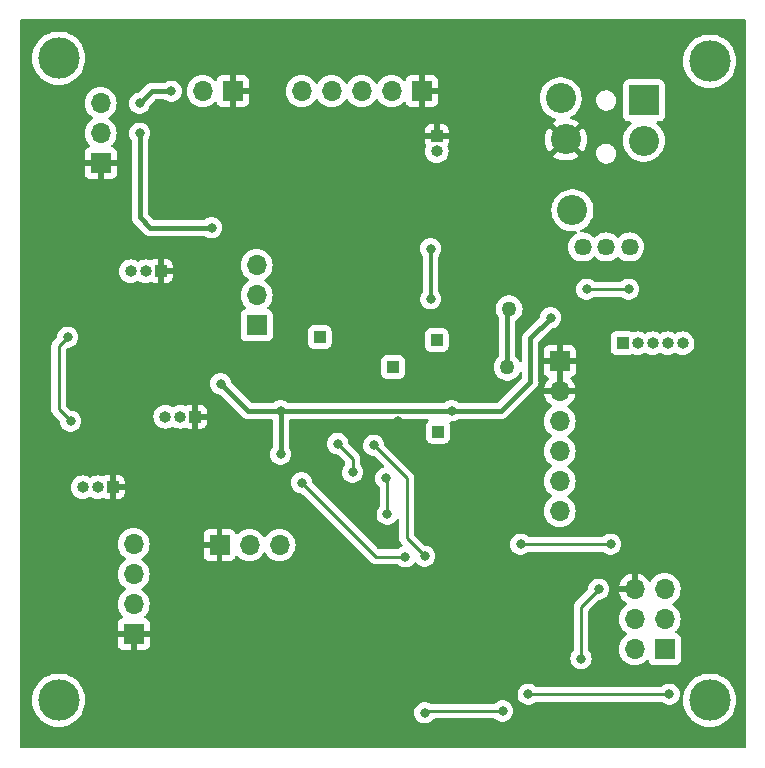
<source format=gbr>
%TF.GenerationSoftware,KiCad,Pcbnew,7.0.10-1-dev-1fdf7d0cf4*%
%TF.CreationDate,2023-12-26T02:00:40-08:00*%
%TF.ProjectId,i2s_to_toslink_pcb,6932735f-746f-45f7-946f-736c696e6b5f,rev?*%
%TF.SameCoordinates,Original*%
%TF.FileFunction,Copper,L2,Bot*%
%TF.FilePolarity,Positive*%
%FSLAX46Y46*%
G04 Gerber Fmt 4.6, Leading zero omitted, Abs format (unit mm)*
G04 Created by KiCad (PCBNEW 7.0.10-1-dev-1fdf7d0cf4) date 2023-12-26 02:00:40*
%MOMM*%
%LPD*%
G01*
G04 APERTURE LIST*
%TA.AperFunction,ComponentPad*%
%ADD10C,2.600000*%
%TD*%
%TA.AperFunction,ConnectorPad*%
%ADD11C,3.500000*%
%TD*%
%TA.AperFunction,ComponentPad*%
%ADD12R,1.700000X1.700000*%
%TD*%
%TA.AperFunction,ComponentPad*%
%ADD13O,1.700000X1.700000*%
%TD*%
%TA.AperFunction,ComponentPad*%
%ADD14R,1.000000X1.000000*%
%TD*%
%TA.AperFunction,ComponentPad*%
%ADD15O,1.000000X1.000000*%
%TD*%
%TA.AperFunction,ComponentPad*%
%ADD16R,2.550000X2.550000*%
%TD*%
%TA.AperFunction,ComponentPad*%
%ADD17C,2.550000*%
%TD*%
%TA.AperFunction,ComponentPad*%
%ADD18C,1.462000*%
%TD*%
%TA.AperFunction,ViaPad*%
%ADD19C,0.800000*%
%TD*%
%TA.AperFunction,ViaPad*%
%ADD20C,1.270000*%
%TD*%
%TA.AperFunction,Conductor*%
%ADD21C,0.381000*%
%TD*%
%TA.AperFunction,Conductor*%
%ADD22C,0.250000*%
%TD*%
%TA.AperFunction,Conductor*%
%ADD23C,0.304800*%
%TD*%
G04 APERTURE END LIST*
D10*
%TO.P,H1,1*%
%TO.N,N/C*%
X24130000Y-23622000D03*
D11*
X24130000Y-23622000D03*
%TD*%
D12*
%TO.P,J3,1,Pin_1*%
%TO.N,GND*%
X27686000Y-32512000D03*
D13*
%TO.P,J3,2,Pin_2*%
%TO.N,VCC_3V3*%
X27686000Y-29972000D03*
%TO.P,J3,3,Pin_3*%
%TO.N,VIN_5V*%
X27686000Y-27432000D03*
%TD*%
D14*
%TO.P,J17,1,Pin_1*%
%TO.N,CODEC_CLKOUT*%
X56134000Y-47498000D03*
%TD*%
D12*
%TO.P,J2,1,Pin_1*%
%TO.N,GND*%
X54864000Y-26416000D03*
D13*
%TO.P,J2,2,Pin_2*%
%TO.N,EXTERNAL_IN_I2S_DIN*%
X52324000Y-26416000D03*
%TO.P,J2,3,Pin_3*%
%TO.N,EXTERNAL_IN_I2S_BCLK*%
X49784000Y-26416000D03*
%TO.P,J2,4,Pin_4*%
%TO.N,EXTERNAL_IN_I2S_LRCLK*%
X47244000Y-26416000D03*
%TO.P,J2,5,Pin_5*%
%TO.N,EXTERNAL_IN_I2S_MCLK*%
X44704000Y-26416000D03*
%TD*%
D14*
%TO.P,J15,1,Pin_1*%
%TO.N,CODEC_GPO7*%
X56261000Y-55245000D03*
%TD*%
D12*
%TO.P,J12,1,Pin_1*%
%TO.N,GND*%
X30480000Y-72390000D03*
D13*
%TO.P,J12,2,Pin_2*%
%TO.N,Net-(J12-Pin_2)*%
X30480000Y-69850000D03*
%TO.P,J12,3,Pin_3*%
%TO.N,Net-(J12-Pin_3)*%
X30480000Y-67310000D03*
%TO.P,J12,4,Pin_4*%
%TO.N,Net-(J12-Pin_4)*%
X30480000Y-64770000D03*
%TD*%
D14*
%TO.P,J9,1,Pin_1*%
%TO.N,GND*%
X35687000Y-53975000D03*
D15*
%TO.P,J9,2,Pin_2*%
%TO.N,Net-(J9-Pin_2)*%
X34417000Y-53975000D03*
%TO.P,J9,3,Pin_3*%
%TO.N,CLKGEN_OUT_I2S_MCLK*%
X33147000Y-53975000D03*
%TD*%
D14*
%TO.P,J7,1,Pin_1*%
%TO.N,GND*%
X28702000Y-59944000D03*
D15*
%TO.P,J7,2,Pin_2*%
%TO.N,Net-(J7-Pin_2)*%
X27432000Y-59944000D03*
%TO.P,J7,3,Pin_3*%
%TO.N,EXTERNAL_IN_I2S_BCLK*%
X26162000Y-59944000D03*
%TD*%
D14*
%TO.P,J14,1,Pin_1*%
%TO.N,CODEC_GPO0*%
X46228000Y-47244000D03*
%TD*%
D12*
%TO.P,J5,1,Pin_1*%
%TO.N,GND*%
X66548000Y-49276000D03*
D13*
%TO.P,J5,2,Pin_2*%
X66548000Y-51816000D03*
%TO.P,J5,3,Pin_3*%
%TO.N,VIN_5V*%
X66548000Y-54356000D03*
%TO.P,J5,4,Pin_4*%
%TO.N,Net-(J5-Pin_4)*%
X66548000Y-56896000D03*
%TO.P,J5,5,Pin_5*%
%TO.N,Net-(J5-Pin_5)*%
X66548000Y-59436000D03*
%TO.P,J5,6,Pin_6*%
%TO.N,Net-(J5-Pin_6)*%
X66548000Y-61976000D03*
%TD*%
D10*
%TO.P,H3,1*%
%TO.N,N/C*%
X24130000Y-77978000D03*
D11*
X24130000Y-77978000D03*
%TD*%
D16*
%TO.P,J10,1,DETECTOR_1*%
%TO.N,Net-(J10-DETECTOR_1)*%
X73678400Y-27198600D03*
D17*
%TO.P,J10,2,LEFT_CHANNEL*%
%TO.N,Net-(J10-LEFT_CHANNEL)*%
X67628400Y-36498600D03*
%TO.P,J10,3,RIGHT_CHANNEL*%
%TO.N,Net-(J10-RIGHT_CHANNEL)*%
X73678400Y-30598600D03*
%TO.P,J10,4,GND_1*%
%TO.N,GND*%
X67078400Y-30498600D03*
%TO.P,J10,5,DETECTOR_2*%
%TO.N,Net-(J10-DETECTOR_2)*%
X66628400Y-26998600D03*
D18*
%TO.P,J10,6,GND_2*%
%TO.N,Net-(J10-GND_2)*%
X68478400Y-39598600D03*
%TO.P,J10,7,VCC*%
%TO.N,VCC_3V3*%
X70478400Y-39598600D03*
%TO.P,J10,8,VIN*%
%TO.N,Net-(J10-VIN)*%
X72478400Y-39598600D03*
%TD*%
D14*
%TO.P,J13,1,Pin_1*%
%TO.N,Net-(J10-GND_2)*%
X71872000Y-47752000D03*
D15*
%TO.P,J13,2,Pin_2*%
%TO.N,Net-(J10-LEFT_CHANNEL)*%
X73142000Y-47752000D03*
%TO.P,J13,3,Pin_3*%
%TO.N,Net-(J10-DETECTOR_2)*%
X74412000Y-47752000D03*
%TO.P,J13,4,Pin_4*%
%TO.N,Net-(J10-RIGHT_CHANNEL)*%
X75682000Y-47752000D03*
%TO.P,J13,5,Pin_5*%
%TO.N,Net-(J10-DETECTOR_1)*%
X76952000Y-47752000D03*
%TD*%
D14*
%TO.P,J11,1,Pin_1*%
%TO.N,GND*%
X56134000Y-30226000D03*
D15*
%TO.P,J11,2,Pin_2*%
%TO.N,Net-(J11-Pin_2)*%
X56134000Y-31496000D03*
%TD*%
D12*
%TO.P,J6,1,MISO*%
%TO.N,MCU_MISO*%
X75438000Y-73660000D03*
D13*
%TO.P,J6,2,VCC*%
%TO.N,VIN_5V*%
X72898000Y-73660000D03*
%TO.P,J6,3,SCK*%
%TO.N,MCU_SCK*%
X75438000Y-71120000D03*
%TO.P,J6,4,MOSI*%
%TO.N,MCU_MOSI*%
X72898000Y-71120000D03*
%TO.P,J6,5,~{RST}*%
%TO.N,MCU_RST*%
X75438000Y-68580000D03*
%TO.P,J6,6,GND*%
%TO.N,GND*%
X72898000Y-68580000D03*
%TD*%
D12*
%TO.P,J1,1,Pin_1*%
%TO.N,GND*%
X38862000Y-26416000D03*
D13*
%TO.P,J1,2,Pin_2*%
%TO.N,VIN_5V*%
X36322000Y-26416000D03*
%TD*%
D12*
%TO.P,JP1,1,A*%
%TO.N,CLKGEN_OUT_I2S_MCLK*%
X40894000Y-46228000D03*
D13*
%TO.P,JP1,2,C*%
%TO.N,CODEC_IN_I2S_MCLK*%
X40894000Y-43688000D03*
%TO.P,JP1,3,B*%
%TO.N,EXTERNAL_IN_I2S_MCLK*%
X40894000Y-41148000D03*
%TD*%
D14*
%TO.P,J8,1,Pin_1*%
%TO.N,GND*%
X32766000Y-41656000D03*
D15*
%TO.P,J8,2,Pin_2*%
%TO.N,Net-(J8-Pin_2)*%
X31496000Y-41656000D03*
%TO.P,J8,3,Pin_3*%
%TO.N,Net-(J8-Pin_3)*%
X30226000Y-41656000D03*
%TD*%
D14*
%TO.P,J16,1,Pin_1*%
%TO.N,CODEC_RESETB*%
X52451000Y-49784000D03*
%TD*%
D10*
%TO.P,H2,1*%
%TO.N,N/C*%
X79248000Y-23876000D03*
D11*
X79248000Y-23876000D03*
%TD*%
D10*
%TO.P,H4,1*%
%TO.N,N/C*%
X79248000Y-77978000D03*
D11*
X79248000Y-77978000D03*
%TD*%
D12*
%TO.P,J4,1,Pin_1*%
%TO.N,GND*%
X37744400Y-64820800D03*
D13*
%TO.P,J4,2,Pin_2*%
%TO.N,Net-(J4-Pin_2)*%
X40284400Y-64820800D03*
%TO.P,J4,3,Pin_3*%
%TO.N,Net-(J4-Pin_3)*%
X42824400Y-64820800D03*
%TD*%
D19*
%TO.N,GND*%
X33528000Y-32258000D03*
X25400000Y-51460400D03*
X66471800Y-73126600D03*
X61468000Y-32893000D03*
X72898000Y-65532000D03*
X45948600Y-73364700D03*
X35890200Y-47218600D03*
X46228000Y-51943000D03*
X67310000Y-44196000D03*
X70866000Y-62865000D03*
X36322000Y-32004000D03*
X59893200Y-76581000D03*
X48006000Y-78994000D03*
X59385200Y-72593200D03*
X25371500Y-44704000D03*
X40132000Y-33782000D03*
X52832000Y-54356000D03*
X42926000Y-76708000D03*
X59004200Y-45034200D03*
X40132000Y-36576000D03*
X39624000Y-48768000D03*
X27432000Y-40640000D03*
X44097500Y-45212000D03*
X52324000Y-44196000D03*
X62484000Y-55245000D03*
X38100000Y-44881800D03*
X45974000Y-71783700D03*
X77470000Y-62484000D03*
D20*
X45974000Y-30226000D03*
D19*
X43027600Y-70891400D03*
%TO.N,VIN_5V*%
X30988000Y-27432000D03*
D20*
X62103000Y-49784000D03*
X62258500Y-44831000D03*
D19*
X33655000Y-26416000D03*
%TO.N,VCC_3V3*%
X42926000Y-57150000D03*
X57404000Y-53467000D03*
X42926000Y-53467000D03*
X37846000Y-51181000D03*
X65786000Y-45593000D03*
X30988000Y-29972000D03*
X37084000Y-37973000D03*
%TO.N,MCU_RST*%
X63246000Y-64770000D03*
X70866000Y-64770000D03*
%TO.N,Net-(J7-Pin_2)*%
X25146000Y-54356000D03*
X24892000Y-47244000D03*
%TO.N,MCU_SCK*%
X75819000Y-77470000D03*
X63881000Y-77470000D03*
%TO.N,MCU_MOSI*%
X68351400Y-74447400D03*
X61722000Y-78892400D03*
X55118000Y-79044800D03*
X69850000Y-68580000D03*
%TO.N,MCU_SDA1*%
X50800000Y-56388000D03*
X55118000Y-65786000D03*
%TO.N,MCU_SCL1*%
X53480264Y-65824090D03*
X44704000Y-59563000D03*
%TO.N,MCU_RXD0*%
X51943000Y-62230000D03*
X51816000Y-59182000D03*
%TO.N,CODEC_OUT_SPDIF_AUDIO_DATA*%
X55626000Y-39751000D03*
X55626000Y-43992800D03*
%TO.N,MCU_INT0*%
X47759000Y-56256347D03*
X49022000Y-58674000D03*
%TO.N,Net-(J10-GND_2)*%
X72390000Y-43180000D03*
X68834000Y-43180000D03*
%TD*%
D21*
%TO.N,VIN_5V*%
X62103000Y-44986500D02*
X62258500Y-44831000D01*
X62103000Y-49784000D02*
X62103000Y-44986500D01*
X32004000Y-26416000D02*
X33655000Y-26416000D01*
X30988000Y-27432000D02*
X32004000Y-26416000D01*
%TO.N,VCC_3V3*%
X42926000Y-53467000D02*
X40132000Y-53467000D01*
X42926000Y-57150000D02*
X42926000Y-53467000D01*
X64058800Y-51003200D02*
X64058800Y-47320200D01*
X61595000Y-53467000D02*
X64058800Y-51003200D01*
X57404000Y-53467000D02*
X61595000Y-53467000D01*
X31877000Y-37973000D02*
X30988000Y-37084000D01*
X64058800Y-47320200D02*
X65786000Y-45593000D01*
X40132000Y-53467000D02*
X37846000Y-51181000D01*
X30988000Y-37084000D02*
X30988000Y-29972000D01*
X37084000Y-37973000D02*
X31877000Y-37973000D01*
X57404000Y-53467000D02*
X42926000Y-53467000D01*
D22*
%TO.N,MCU_RST*%
X70866000Y-64770000D02*
X63246000Y-64770000D01*
%TO.N,Net-(J7-Pin_2)*%
X24130000Y-48006000D02*
X24130000Y-53340000D01*
X24892000Y-47244000D02*
X24130000Y-48006000D01*
X24130000Y-53340000D02*
X25146000Y-54356000D01*
%TO.N,MCU_SCK*%
X75819000Y-77470000D02*
X63881000Y-77470000D01*
%TO.N,MCU_MOSI*%
X55270400Y-78892400D02*
X61722000Y-78892400D01*
X68351400Y-70078600D02*
X68351400Y-74447400D01*
X69850000Y-68580000D02*
X68351400Y-70078600D01*
X55118000Y-79044800D02*
X55270400Y-78892400D01*
%TO.N,MCU_SDA1*%
X50800000Y-56388000D02*
X53594000Y-59182000D01*
X53594000Y-64262000D02*
X55118000Y-65786000D01*
X53594000Y-59182000D02*
X53594000Y-64262000D01*
%TO.N,MCU_SCL1*%
X53480264Y-65824090D02*
X50965090Y-65824090D01*
X50965090Y-65824090D02*
X44704000Y-59563000D01*
%TO.N,MCU_RXD0*%
X51943000Y-59309000D02*
X51816000Y-59182000D01*
X51943000Y-62230000D02*
X51943000Y-59309000D01*
D23*
%TO.N,CODEC_OUT_SPDIF_AUDIO_DATA*%
X55626000Y-43992800D02*
X55626000Y-39751000D01*
D22*
%TO.N,MCU_INT0*%
X49022000Y-58674000D02*
X49022000Y-57519347D01*
X49022000Y-57519347D02*
X47759000Y-56256347D01*
%TO.N,Net-(J10-GND_2)*%
X68834000Y-43180000D02*
X72390000Y-43180000D01*
%TD*%
%TA.AperFunction,Conductor*%
%TO.N,GND*%
G36*
X66798000Y-51380498D02*
G01*
X66690315Y-51331320D01*
X66583763Y-51316000D01*
X66512237Y-51316000D01*
X66405685Y-51331320D01*
X66298000Y-51380498D01*
X66298000Y-49711501D01*
X66405685Y-49760680D01*
X66512237Y-49776000D01*
X66583763Y-49776000D01*
X66690315Y-49760680D01*
X66798000Y-49711501D01*
X66798000Y-51380498D01*
G37*
%TD.AperFunction*%
%TA.AperFunction,Conductor*%
G36*
X82238539Y-20340185D02*
G01*
X82284294Y-20392989D01*
X82295500Y-20444500D01*
X82295500Y-81917500D01*
X82275815Y-81984539D01*
X82223011Y-82030294D01*
X82171500Y-82041500D01*
X20952500Y-82041500D01*
X20885461Y-82021815D01*
X20839706Y-81969011D01*
X20828500Y-81917500D01*
X20828500Y-77978007D01*
X21874671Y-77978007D01*
X21893964Y-78272363D01*
X21893965Y-78272373D01*
X21893966Y-78272380D01*
X21893968Y-78272390D01*
X21951518Y-78561716D01*
X21951521Y-78561730D01*
X22046349Y-78841080D01*
X22176825Y-79105660D01*
X22176829Y-79105667D01*
X22340725Y-79350955D01*
X22535241Y-79572758D01*
X22757044Y-79767274D01*
X22964576Y-79905942D01*
X23002335Y-79931172D01*
X23266923Y-80061652D01*
X23546278Y-80156481D01*
X23835620Y-80214034D01*
X23863888Y-80215886D01*
X24129993Y-80233329D01*
X24130000Y-80233329D01*
X24130007Y-80233329D01*
X24365675Y-80217881D01*
X24424380Y-80214034D01*
X24713722Y-80156481D01*
X24993077Y-80061652D01*
X25257665Y-79931172D01*
X25502957Y-79767273D01*
X25724758Y-79572758D01*
X25919273Y-79350957D01*
X26083172Y-79105665D01*
X26113187Y-79044800D01*
X54212540Y-79044800D01*
X54232326Y-79233056D01*
X54232327Y-79233059D01*
X54290818Y-79413077D01*
X54290821Y-79413084D01*
X54385467Y-79577016D01*
X54475089Y-79676551D01*
X54512129Y-79717688D01*
X54665265Y-79828948D01*
X54665270Y-79828951D01*
X54838192Y-79905942D01*
X54838197Y-79905944D01*
X55023354Y-79945300D01*
X55023355Y-79945300D01*
X55212644Y-79945300D01*
X55212646Y-79945300D01*
X55397803Y-79905944D01*
X55570730Y-79828951D01*
X55723871Y-79717688D01*
X55850533Y-79577016D01*
X55850534Y-79577012D01*
X55854355Y-79571756D01*
X55856089Y-79573016D01*
X55899427Y-79531688D01*
X55956255Y-79517900D01*
X61018252Y-79517900D01*
X61085291Y-79537585D01*
X61110400Y-79558926D01*
X61116126Y-79565285D01*
X61116130Y-79565289D01*
X61269265Y-79676548D01*
X61269270Y-79676551D01*
X61442192Y-79753542D01*
X61442197Y-79753544D01*
X61627354Y-79792900D01*
X61627355Y-79792900D01*
X61816644Y-79792900D01*
X61816646Y-79792900D01*
X62001803Y-79753544D01*
X62174730Y-79676551D01*
X62327871Y-79565288D01*
X62454533Y-79424616D01*
X62549179Y-79260684D01*
X62607674Y-79080656D01*
X62627460Y-78892400D01*
X62607674Y-78704144D01*
X62549179Y-78524116D01*
X62454533Y-78360184D01*
X62327871Y-78219512D01*
X62327870Y-78219511D01*
X62174734Y-78108251D01*
X62174729Y-78108248D01*
X62001807Y-78031257D01*
X62001802Y-78031255D01*
X61856001Y-78000265D01*
X61816646Y-77991900D01*
X61627354Y-77991900D01*
X61594897Y-77998798D01*
X61442197Y-78031255D01*
X61442192Y-78031257D01*
X61269270Y-78108248D01*
X61269265Y-78108251D01*
X61116130Y-78219510D01*
X61116126Y-78219514D01*
X61110400Y-78225874D01*
X61050913Y-78262521D01*
X61018252Y-78266900D01*
X55611126Y-78266900D01*
X55560690Y-78256179D01*
X55556128Y-78254148D01*
X55492625Y-78225874D01*
X55397806Y-78183657D01*
X55397802Y-78183655D01*
X55252001Y-78152665D01*
X55212646Y-78144300D01*
X55023354Y-78144300D01*
X54990897Y-78151198D01*
X54838197Y-78183655D01*
X54838192Y-78183657D01*
X54665270Y-78260648D01*
X54665265Y-78260651D01*
X54512129Y-78371911D01*
X54385466Y-78512585D01*
X54290821Y-78676515D01*
X54290818Y-78676522D01*
X54232327Y-78856540D01*
X54232326Y-78856544D01*
X54212540Y-79044800D01*
X26113187Y-79044800D01*
X26213652Y-78841077D01*
X26308481Y-78561722D01*
X26366034Y-78272380D01*
X26374429Y-78144300D01*
X26385329Y-77978007D01*
X26385329Y-77977992D01*
X26366035Y-77683636D01*
X26366034Y-77683620D01*
X26323543Y-77470000D01*
X62975540Y-77470000D01*
X62995326Y-77658256D01*
X62995327Y-77658259D01*
X63053818Y-77838277D01*
X63053821Y-77838284D01*
X63148467Y-78002216D01*
X63243939Y-78108248D01*
X63275129Y-78142888D01*
X63428265Y-78254148D01*
X63428270Y-78254151D01*
X63601192Y-78331142D01*
X63601197Y-78331144D01*
X63786354Y-78370500D01*
X63786355Y-78370500D01*
X63975644Y-78370500D01*
X63975646Y-78370500D01*
X64160803Y-78331144D01*
X64333730Y-78254151D01*
X64486871Y-78142888D01*
X64489788Y-78139647D01*
X64492600Y-78136526D01*
X64552087Y-78099879D01*
X64584748Y-78095500D01*
X75115252Y-78095500D01*
X75182291Y-78115185D01*
X75207400Y-78136526D01*
X75213126Y-78142885D01*
X75213130Y-78142889D01*
X75366265Y-78254148D01*
X75366270Y-78254151D01*
X75539192Y-78331142D01*
X75539197Y-78331144D01*
X75724354Y-78370500D01*
X75724355Y-78370500D01*
X75913644Y-78370500D01*
X75913646Y-78370500D01*
X76098803Y-78331144D01*
X76271730Y-78254151D01*
X76424871Y-78142888D01*
X76551533Y-78002216D01*
X76565510Y-77978007D01*
X76992671Y-77978007D01*
X77011964Y-78272363D01*
X77011965Y-78272373D01*
X77011966Y-78272380D01*
X77011968Y-78272390D01*
X77069518Y-78561716D01*
X77069521Y-78561730D01*
X77164349Y-78841080D01*
X77294825Y-79105660D01*
X77294829Y-79105667D01*
X77458725Y-79350955D01*
X77653241Y-79572758D01*
X77875044Y-79767274D01*
X78082576Y-79905942D01*
X78120335Y-79931172D01*
X78384923Y-80061652D01*
X78664278Y-80156481D01*
X78953620Y-80214034D01*
X78981888Y-80215886D01*
X79247993Y-80233329D01*
X79248000Y-80233329D01*
X79248007Y-80233329D01*
X79483675Y-80217881D01*
X79542380Y-80214034D01*
X79831722Y-80156481D01*
X80111077Y-80061652D01*
X80375665Y-79931172D01*
X80620957Y-79767273D01*
X80842758Y-79572758D01*
X81037273Y-79350957D01*
X81201172Y-79105665D01*
X81331652Y-78841077D01*
X81426481Y-78561722D01*
X81484034Y-78272380D01*
X81492429Y-78144300D01*
X81503329Y-77978007D01*
X81503329Y-77977992D01*
X81484035Y-77683636D01*
X81484034Y-77683620D01*
X81426481Y-77394278D01*
X81331652Y-77114923D01*
X81201172Y-76850336D01*
X81184119Y-76824815D01*
X81091267Y-76685851D01*
X81037273Y-76605043D01*
X80994655Y-76556447D01*
X80842758Y-76383241D01*
X80620955Y-76188725D01*
X80375667Y-76024829D01*
X80375660Y-76024825D01*
X80111080Y-75894349D01*
X79831730Y-75799521D01*
X79831724Y-75799519D01*
X79831722Y-75799519D01*
X79542380Y-75741966D01*
X79542373Y-75741965D01*
X79542363Y-75741964D01*
X79248007Y-75722671D01*
X79247993Y-75722671D01*
X78953636Y-75741964D01*
X78953624Y-75741965D01*
X78953620Y-75741966D01*
X78953612Y-75741967D01*
X78953609Y-75741968D01*
X78664283Y-75799518D01*
X78664269Y-75799521D01*
X78384919Y-75894349D01*
X78120334Y-76024828D01*
X77875041Y-76188728D01*
X77653241Y-76383241D01*
X77458728Y-76605041D01*
X77294828Y-76850334D01*
X77164349Y-77114919D01*
X77069521Y-77394269D01*
X77069518Y-77394283D01*
X77011968Y-77683609D01*
X77011964Y-77683636D01*
X76992671Y-77977992D01*
X76992671Y-77978007D01*
X76565510Y-77978007D01*
X76646179Y-77838284D01*
X76704674Y-77658256D01*
X76724460Y-77470000D01*
X76704674Y-77281744D01*
X76646179Y-77101716D01*
X76551533Y-76937784D01*
X76424871Y-76797112D01*
X76424870Y-76797111D01*
X76271734Y-76685851D01*
X76271729Y-76685848D01*
X76098807Y-76608857D01*
X76098802Y-76608855D01*
X75953001Y-76577865D01*
X75913646Y-76569500D01*
X75724354Y-76569500D01*
X75691897Y-76576398D01*
X75539197Y-76608855D01*
X75539192Y-76608857D01*
X75366270Y-76685848D01*
X75366265Y-76685851D01*
X75213130Y-76797110D01*
X75213126Y-76797114D01*
X75207400Y-76803474D01*
X75147913Y-76840121D01*
X75115252Y-76844500D01*
X64584748Y-76844500D01*
X64517709Y-76824815D01*
X64492600Y-76803474D01*
X64486873Y-76797114D01*
X64486869Y-76797110D01*
X64333734Y-76685851D01*
X64333729Y-76685848D01*
X64160807Y-76608857D01*
X64160802Y-76608855D01*
X64015001Y-76577865D01*
X63975646Y-76569500D01*
X63786354Y-76569500D01*
X63753897Y-76576398D01*
X63601197Y-76608855D01*
X63601192Y-76608857D01*
X63428270Y-76685848D01*
X63428265Y-76685851D01*
X63275129Y-76797111D01*
X63148466Y-76937785D01*
X63053821Y-77101715D01*
X63053818Y-77101722D01*
X62995327Y-77281740D01*
X62995326Y-77281744D01*
X62975540Y-77470000D01*
X26323543Y-77470000D01*
X26308481Y-77394278D01*
X26213652Y-77114923D01*
X26083172Y-76850336D01*
X26066119Y-76824815D01*
X25973267Y-76685851D01*
X25919273Y-76605043D01*
X25876655Y-76556447D01*
X25724758Y-76383241D01*
X25502955Y-76188725D01*
X25257667Y-76024829D01*
X25257660Y-76024825D01*
X24993080Y-75894349D01*
X24713730Y-75799521D01*
X24713724Y-75799519D01*
X24713722Y-75799519D01*
X24424380Y-75741966D01*
X24424373Y-75741965D01*
X24424363Y-75741964D01*
X24130007Y-75722671D01*
X24129993Y-75722671D01*
X23835636Y-75741964D01*
X23835624Y-75741965D01*
X23835620Y-75741966D01*
X23835612Y-75741967D01*
X23835609Y-75741968D01*
X23546283Y-75799518D01*
X23546269Y-75799521D01*
X23266919Y-75894349D01*
X23002334Y-76024828D01*
X22757041Y-76188728D01*
X22535241Y-76383241D01*
X22340728Y-76605041D01*
X22176828Y-76850334D01*
X22046349Y-77114919D01*
X21951521Y-77394269D01*
X21951518Y-77394283D01*
X21893968Y-77683609D01*
X21893964Y-77683636D01*
X21874671Y-77977992D01*
X21874671Y-77978007D01*
X20828500Y-77978007D01*
X20828500Y-74447400D01*
X67445940Y-74447400D01*
X67465726Y-74635656D01*
X67465727Y-74635659D01*
X67524218Y-74815677D01*
X67524221Y-74815684D01*
X67618867Y-74979616D01*
X67745529Y-75120288D01*
X67898665Y-75231548D01*
X67898670Y-75231551D01*
X68071592Y-75308542D01*
X68071597Y-75308544D01*
X68256754Y-75347900D01*
X68256755Y-75347900D01*
X68446044Y-75347900D01*
X68446046Y-75347900D01*
X68631203Y-75308544D01*
X68804130Y-75231551D01*
X68957271Y-75120288D01*
X69083933Y-74979616D01*
X69178579Y-74815684D01*
X69237074Y-74635656D01*
X69256860Y-74447400D01*
X69237074Y-74259144D01*
X69178579Y-74079116D01*
X69083933Y-73915184D01*
X69066122Y-73895403D01*
X69008750Y-73831684D01*
X68978520Y-73768692D01*
X68976900Y-73748712D01*
X68976900Y-73660000D01*
X71542341Y-73660000D01*
X71562936Y-73895403D01*
X71562938Y-73895413D01*
X71624094Y-74123655D01*
X71624096Y-74123659D01*
X71624097Y-74123663D01*
X71687271Y-74259140D01*
X71723965Y-74337830D01*
X71723967Y-74337834D01*
X71800687Y-74447400D01*
X71859505Y-74531401D01*
X72026599Y-74698495D01*
X72123384Y-74766265D01*
X72220165Y-74834032D01*
X72220167Y-74834033D01*
X72220170Y-74834035D01*
X72434337Y-74933903D01*
X72662592Y-74995063D01*
X72839034Y-75010500D01*
X72897999Y-75015659D01*
X72898000Y-75015659D01*
X72898001Y-75015659D01*
X72956966Y-75010500D01*
X73133408Y-74995063D01*
X73361663Y-74933903D01*
X73575830Y-74834035D01*
X73769401Y-74698495D01*
X73891329Y-74576566D01*
X73952648Y-74543084D01*
X74022340Y-74548068D01*
X74078274Y-74589939D01*
X74095189Y-74620917D01*
X74144202Y-74752328D01*
X74144206Y-74752335D01*
X74230452Y-74867544D01*
X74230455Y-74867547D01*
X74345664Y-74953793D01*
X74345671Y-74953797D01*
X74480517Y-75004091D01*
X74480516Y-75004091D01*
X74487444Y-75004835D01*
X74540127Y-75010500D01*
X76335872Y-75010499D01*
X76395483Y-75004091D01*
X76530331Y-74953796D01*
X76645546Y-74867546D01*
X76731796Y-74752331D01*
X76782091Y-74617483D01*
X76788500Y-74557873D01*
X76788499Y-72762128D01*
X76782091Y-72702517D01*
X76780810Y-72699083D01*
X76731797Y-72567671D01*
X76731793Y-72567664D01*
X76645547Y-72452455D01*
X76645544Y-72452452D01*
X76530335Y-72366206D01*
X76530328Y-72366202D01*
X76398917Y-72317189D01*
X76342983Y-72275318D01*
X76318566Y-72209853D01*
X76333418Y-72141580D01*
X76354563Y-72113332D01*
X76476495Y-71991401D01*
X76612035Y-71797830D01*
X76711903Y-71583663D01*
X76773063Y-71355408D01*
X76793659Y-71120000D01*
X76773063Y-70884592D01*
X76711903Y-70656337D01*
X76612035Y-70442171D01*
X76606425Y-70434158D01*
X76476494Y-70248597D01*
X76309402Y-70081506D01*
X76309396Y-70081501D01*
X76123842Y-69951575D01*
X76080217Y-69896998D01*
X76073023Y-69827500D01*
X76104546Y-69765145D01*
X76123842Y-69748425D01*
X76181549Y-69708018D01*
X76309401Y-69618495D01*
X76476495Y-69451401D01*
X76612035Y-69257830D01*
X76711903Y-69043663D01*
X76773063Y-68815408D01*
X76793659Y-68580000D01*
X76791878Y-68559649D01*
X76777188Y-68391740D01*
X76773063Y-68344592D01*
X76711903Y-68116337D01*
X76612035Y-67902171D01*
X76606731Y-67894595D01*
X76476494Y-67708597D01*
X76309402Y-67541506D01*
X76309395Y-67541501D01*
X76115834Y-67405967D01*
X76115830Y-67405965D01*
X76115828Y-67405964D01*
X75901663Y-67306097D01*
X75901659Y-67306096D01*
X75901655Y-67306094D01*
X75673413Y-67244938D01*
X75673403Y-67244936D01*
X75438001Y-67224341D01*
X75437999Y-67224341D01*
X75202596Y-67244936D01*
X75202586Y-67244938D01*
X74974344Y-67306094D01*
X74974335Y-67306098D01*
X74760171Y-67405964D01*
X74760169Y-67405965D01*
X74566597Y-67541505D01*
X74399508Y-67708594D01*
X74269269Y-67894595D01*
X74214692Y-67938219D01*
X74145193Y-67945412D01*
X74082839Y-67913890D01*
X74066119Y-67894594D01*
X73936113Y-67708926D01*
X73936108Y-67708920D01*
X73769082Y-67541894D01*
X73575578Y-67406399D01*
X73361492Y-67306570D01*
X73361486Y-67306567D01*
X73148000Y-67249364D01*
X73148000Y-68144498D01*
X73040315Y-68095320D01*
X72933763Y-68080000D01*
X72862237Y-68080000D01*
X72755685Y-68095320D01*
X72648000Y-68144498D01*
X72648000Y-67249364D01*
X72647999Y-67249364D01*
X72434513Y-67306567D01*
X72434507Y-67306570D01*
X72220422Y-67406399D01*
X72220420Y-67406400D01*
X72026926Y-67541886D01*
X72026920Y-67541891D01*
X71859891Y-67708920D01*
X71859886Y-67708926D01*
X71724400Y-67902420D01*
X71724399Y-67902422D01*
X71624570Y-68116507D01*
X71624567Y-68116513D01*
X71567364Y-68329999D01*
X71567364Y-68330000D01*
X72464314Y-68330000D01*
X72438507Y-68370156D01*
X72398000Y-68508111D01*
X72398000Y-68651889D01*
X72438507Y-68789844D01*
X72464314Y-68830000D01*
X71567364Y-68830000D01*
X71624567Y-69043486D01*
X71624570Y-69043492D01*
X71724399Y-69257578D01*
X71859894Y-69451082D01*
X72026917Y-69618105D01*
X72212595Y-69748119D01*
X72256219Y-69802696D01*
X72263412Y-69872195D01*
X72231890Y-69934549D01*
X72212595Y-69951269D01*
X72026594Y-70081508D01*
X71859505Y-70248597D01*
X71723965Y-70442169D01*
X71723964Y-70442171D01*
X71624098Y-70656335D01*
X71624094Y-70656344D01*
X71562938Y-70884586D01*
X71562936Y-70884596D01*
X71542341Y-71119999D01*
X71542341Y-71120000D01*
X71562936Y-71355403D01*
X71562938Y-71355413D01*
X71624094Y-71583655D01*
X71624096Y-71583659D01*
X71624097Y-71583663D01*
X71628000Y-71592032D01*
X71723965Y-71797830D01*
X71723967Y-71797834D01*
X71788503Y-71890000D01*
X71859501Y-71991396D01*
X71859506Y-71991402D01*
X72026597Y-72158493D01*
X72026603Y-72158498D01*
X72212158Y-72288425D01*
X72255783Y-72343002D01*
X72262977Y-72412500D01*
X72231454Y-72474855D01*
X72212158Y-72491575D01*
X72026597Y-72621505D01*
X71859505Y-72788597D01*
X71723965Y-72982169D01*
X71723964Y-72982171D01*
X71624098Y-73196335D01*
X71624094Y-73196344D01*
X71562938Y-73424586D01*
X71562936Y-73424596D01*
X71542341Y-73659999D01*
X71542341Y-73660000D01*
X68976900Y-73660000D01*
X68976900Y-70389052D01*
X68996585Y-70322013D01*
X69013219Y-70301371D01*
X69797772Y-69516819D01*
X69859095Y-69483334D01*
X69885453Y-69480500D01*
X69944644Y-69480500D01*
X69944646Y-69480500D01*
X70129803Y-69441144D01*
X70302730Y-69364151D01*
X70455871Y-69252888D01*
X70582533Y-69112216D01*
X70677179Y-68948284D01*
X70735674Y-68768256D01*
X70755460Y-68580000D01*
X70735674Y-68391744D01*
X70677179Y-68211716D01*
X70582533Y-68047784D01*
X70455871Y-67907112D01*
X70449413Y-67902420D01*
X70302734Y-67795851D01*
X70302729Y-67795848D01*
X70129807Y-67718857D01*
X70129802Y-67718855D01*
X69984001Y-67687865D01*
X69944646Y-67679500D01*
X69755354Y-67679500D01*
X69722897Y-67686398D01*
X69570197Y-67718855D01*
X69570192Y-67718857D01*
X69397270Y-67795848D01*
X69397265Y-67795851D01*
X69244129Y-67907111D01*
X69117466Y-68047785D01*
X69022821Y-68211715D01*
X69022818Y-68211722D01*
X68971340Y-68370156D01*
X68964326Y-68391744D01*
X68952096Y-68508111D01*
X68946679Y-68559649D01*
X68920094Y-68624263D01*
X68911039Y-68634368D01*
X67967608Y-69577799D01*
X67955351Y-69587620D01*
X67955534Y-69587841D01*
X67949522Y-69592814D01*
X67903498Y-69641823D01*
X67900791Y-69644616D01*
X67881289Y-69664117D01*
X67881275Y-69664134D01*
X67878807Y-69667315D01*
X67871243Y-69676170D01*
X67841337Y-69708018D01*
X67841336Y-69708020D01*
X67831684Y-69725576D01*
X67821010Y-69741826D01*
X67808729Y-69757661D01*
X67808724Y-69757668D01*
X67791375Y-69797758D01*
X67786238Y-69808244D01*
X67765203Y-69846506D01*
X67760222Y-69865907D01*
X67753921Y-69884310D01*
X67745962Y-69902702D01*
X67745961Y-69902705D01*
X67739128Y-69945843D01*
X67736760Y-69957274D01*
X67725901Y-69999571D01*
X67725900Y-69999582D01*
X67725900Y-70019616D01*
X67724373Y-70039015D01*
X67721240Y-70058794D01*
X67721240Y-70058795D01*
X67725350Y-70102274D01*
X67725900Y-70113943D01*
X67725900Y-73748712D01*
X67706215Y-73815751D01*
X67694050Y-73831684D01*
X67618866Y-73915184D01*
X67524221Y-74079115D01*
X67524218Y-74079122D01*
X67509746Y-74123664D01*
X67465726Y-74259144D01*
X67445940Y-74447400D01*
X20828500Y-74447400D01*
X20828500Y-69850000D01*
X29124341Y-69850000D01*
X29144936Y-70085403D01*
X29144938Y-70085413D01*
X29206094Y-70313655D01*
X29206096Y-70313659D01*
X29206097Y-70313663D01*
X29271283Y-70453454D01*
X29305965Y-70527830D01*
X29305967Y-70527834D01*
X29414281Y-70682521D01*
X29441501Y-70721396D01*
X29441506Y-70721402D01*
X29563818Y-70843714D01*
X29597303Y-70905037D01*
X29592319Y-70974729D01*
X29550447Y-71030662D01*
X29519471Y-71047577D01*
X29387912Y-71096646D01*
X29387906Y-71096649D01*
X29272812Y-71182809D01*
X29272809Y-71182812D01*
X29186649Y-71297906D01*
X29186645Y-71297913D01*
X29136403Y-71432620D01*
X29136401Y-71432627D01*
X29130000Y-71492155D01*
X29130000Y-72140000D01*
X30046314Y-72140000D01*
X30020507Y-72180156D01*
X29980000Y-72318111D01*
X29980000Y-72461889D01*
X30020507Y-72599844D01*
X30046314Y-72640000D01*
X29130000Y-72640000D01*
X29130000Y-73287844D01*
X29136401Y-73347372D01*
X29136403Y-73347379D01*
X29186645Y-73482086D01*
X29186649Y-73482093D01*
X29272809Y-73597187D01*
X29272812Y-73597190D01*
X29387906Y-73683350D01*
X29387913Y-73683354D01*
X29522620Y-73733596D01*
X29522627Y-73733598D01*
X29582155Y-73739999D01*
X29582172Y-73740000D01*
X30230000Y-73740000D01*
X30230000Y-72825501D01*
X30337685Y-72874680D01*
X30444237Y-72890000D01*
X30515763Y-72890000D01*
X30622315Y-72874680D01*
X30730000Y-72825501D01*
X30730000Y-73740000D01*
X31377828Y-73740000D01*
X31377844Y-73739999D01*
X31437372Y-73733598D01*
X31437379Y-73733596D01*
X31572086Y-73683354D01*
X31572093Y-73683350D01*
X31687187Y-73597190D01*
X31687190Y-73597187D01*
X31773350Y-73482093D01*
X31773354Y-73482086D01*
X31823596Y-73347379D01*
X31823598Y-73347372D01*
X31829999Y-73287844D01*
X31830000Y-73287827D01*
X31830000Y-72640000D01*
X30913686Y-72640000D01*
X30939493Y-72599844D01*
X30980000Y-72461889D01*
X30980000Y-72318111D01*
X30939493Y-72180156D01*
X30913686Y-72140000D01*
X31830000Y-72140000D01*
X31830000Y-71492172D01*
X31829999Y-71492155D01*
X31823598Y-71432627D01*
X31823596Y-71432620D01*
X31773354Y-71297913D01*
X31773350Y-71297906D01*
X31687190Y-71182812D01*
X31687187Y-71182809D01*
X31572093Y-71096649D01*
X31572088Y-71096646D01*
X31440528Y-71047577D01*
X31384595Y-71005705D01*
X31360178Y-70940241D01*
X31375030Y-70871968D01*
X31396175Y-70843720D01*
X31518495Y-70721401D01*
X31654035Y-70527830D01*
X31753903Y-70313663D01*
X31815063Y-70085408D01*
X31835659Y-69850000D01*
X31835353Y-69846508D01*
X31820450Y-69676170D01*
X31815063Y-69614592D01*
X31753903Y-69386337D01*
X31654035Y-69172171D01*
X31612055Y-69112216D01*
X31518494Y-68978597D01*
X31351402Y-68811506D01*
X31351396Y-68811501D01*
X31165842Y-68681575D01*
X31122217Y-68626998D01*
X31115023Y-68557500D01*
X31146546Y-68495145D01*
X31165842Y-68478425D01*
X31289635Y-68391744D01*
X31351401Y-68348495D01*
X31518495Y-68181401D01*
X31654035Y-67987830D01*
X31753903Y-67773663D01*
X31815063Y-67545408D01*
X31835659Y-67310000D01*
X31815063Y-67074592D01*
X31753903Y-66846337D01*
X31654035Y-66632171D01*
X31637280Y-66608241D01*
X31518494Y-66438597D01*
X31351402Y-66271506D01*
X31351396Y-66271501D01*
X31165842Y-66141575D01*
X31122217Y-66086998D01*
X31115023Y-66017500D01*
X31146546Y-65955145D01*
X31165842Y-65938425D01*
X31202315Y-65912886D01*
X31351401Y-65808495D01*
X31441252Y-65718644D01*
X36394400Y-65718644D01*
X36400801Y-65778172D01*
X36400803Y-65778179D01*
X36451045Y-65912886D01*
X36451049Y-65912893D01*
X36537209Y-66027987D01*
X36537212Y-66027990D01*
X36652306Y-66114150D01*
X36652313Y-66114154D01*
X36787020Y-66164396D01*
X36787027Y-66164398D01*
X36846555Y-66170799D01*
X36846572Y-66170800D01*
X37494400Y-66170800D01*
X37494400Y-65256301D01*
X37602085Y-65305480D01*
X37708637Y-65320800D01*
X37780163Y-65320800D01*
X37886715Y-65305480D01*
X37994400Y-65256301D01*
X37994400Y-66170800D01*
X38642228Y-66170800D01*
X38642244Y-66170799D01*
X38701772Y-66164398D01*
X38701779Y-66164396D01*
X38836486Y-66114154D01*
X38836493Y-66114150D01*
X38951587Y-66027990D01*
X38951590Y-66027987D01*
X39037750Y-65912893D01*
X39037754Y-65912886D01*
X39086822Y-65781329D01*
X39128693Y-65725395D01*
X39194157Y-65700978D01*
X39262430Y-65715830D01*
X39290685Y-65736981D01*
X39412999Y-65859295D01*
X39489535Y-65912886D01*
X39606565Y-65994832D01*
X39606567Y-65994833D01*
X39606570Y-65994835D01*
X39820737Y-66094703D01*
X40048992Y-66155863D01*
X40219719Y-66170800D01*
X40284399Y-66176459D01*
X40284400Y-66176459D01*
X40284401Y-66176459D01*
X40349081Y-66170800D01*
X40519808Y-66155863D01*
X40748063Y-66094703D01*
X40962230Y-65994835D01*
X41155801Y-65859295D01*
X41322895Y-65692201D01*
X41452825Y-65506642D01*
X41507402Y-65463017D01*
X41576900Y-65455823D01*
X41639255Y-65487346D01*
X41655975Y-65506642D01*
X41785900Y-65692195D01*
X41785905Y-65692201D01*
X41952999Y-65859295D01*
X42029535Y-65912886D01*
X42146565Y-65994832D01*
X42146567Y-65994833D01*
X42146570Y-65994835D01*
X42360737Y-66094703D01*
X42588992Y-66155863D01*
X42759719Y-66170800D01*
X42824399Y-66176459D01*
X42824400Y-66176459D01*
X42824401Y-66176459D01*
X42889081Y-66170800D01*
X43059808Y-66155863D01*
X43288063Y-66094703D01*
X43502230Y-65994835D01*
X43695801Y-65859295D01*
X43862895Y-65692201D01*
X43998435Y-65498630D01*
X44098303Y-65284463D01*
X44159463Y-65056208D01*
X44180059Y-64820800D01*
X44159463Y-64585392D01*
X44110248Y-64401716D01*
X44098305Y-64357144D01*
X44098304Y-64357143D01*
X44098303Y-64357137D01*
X43998435Y-64142971D01*
X43996440Y-64140121D01*
X43862894Y-63949397D01*
X43695802Y-63782306D01*
X43695795Y-63782301D01*
X43502234Y-63646767D01*
X43502230Y-63646765D01*
X43431127Y-63613609D01*
X43288063Y-63546897D01*
X43288059Y-63546896D01*
X43288055Y-63546894D01*
X43059813Y-63485738D01*
X43059803Y-63485736D01*
X42824401Y-63465141D01*
X42824399Y-63465141D01*
X42588996Y-63485736D01*
X42588986Y-63485738D01*
X42360744Y-63546894D01*
X42360735Y-63546898D01*
X42146571Y-63646764D01*
X42146569Y-63646765D01*
X41952997Y-63782305D01*
X41785905Y-63949397D01*
X41655975Y-64134958D01*
X41601398Y-64178583D01*
X41531900Y-64185777D01*
X41469545Y-64154254D01*
X41452825Y-64134958D01*
X41322894Y-63949397D01*
X41155802Y-63782306D01*
X41155795Y-63782301D01*
X40962234Y-63646767D01*
X40962230Y-63646765D01*
X40891127Y-63613609D01*
X40748063Y-63546897D01*
X40748059Y-63546896D01*
X40748055Y-63546894D01*
X40519813Y-63485738D01*
X40519803Y-63485736D01*
X40284401Y-63465141D01*
X40284399Y-63465141D01*
X40048996Y-63485736D01*
X40048986Y-63485738D01*
X39820744Y-63546894D01*
X39820735Y-63546898D01*
X39606571Y-63646764D01*
X39606569Y-63646765D01*
X39413000Y-63782303D01*
X39290684Y-63904619D01*
X39229361Y-63938103D01*
X39159669Y-63933119D01*
X39103736Y-63891247D01*
X39086821Y-63860270D01*
X39037754Y-63728713D01*
X39037750Y-63728706D01*
X38951590Y-63613612D01*
X38951587Y-63613609D01*
X38836493Y-63527449D01*
X38836486Y-63527445D01*
X38701779Y-63477203D01*
X38701772Y-63477201D01*
X38642244Y-63470800D01*
X37994400Y-63470800D01*
X37994400Y-64385298D01*
X37886715Y-64336120D01*
X37780163Y-64320800D01*
X37708637Y-64320800D01*
X37602085Y-64336120D01*
X37494400Y-64385298D01*
X37494400Y-63470800D01*
X36846555Y-63470800D01*
X36787027Y-63477201D01*
X36787020Y-63477203D01*
X36652313Y-63527445D01*
X36652306Y-63527449D01*
X36537212Y-63613609D01*
X36537209Y-63613612D01*
X36451049Y-63728706D01*
X36451045Y-63728713D01*
X36400803Y-63863420D01*
X36400801Y-63863427D01*
X36394400Y-63922955D01*
X36394400Y-64570800D01*
X37310714Y-64570800D01*
X37284907Y-64610956D01*
X37244400Y-64748911D01*
X37244400Y-64892689D01*
X37284907Y-65030644D01*
X37310714Y-65070800D01*
X36394400Y-65070800D01*
X36394400Y-65718644D01*
X31441252Y-65718644D01*
X31518495Y-65641401D01*
X31654035Y-65447830D01*
X31753903Y-65233663D01*
X31815063Y-65005408D01*
X31835659Y-64770000D01*
X31815063Y-64534592D01*
X31753903Y-64306337D01*
X31654035Y-64092171D01*
X31591534Y-64002909D01*
X31518494Y-63898597D01*
X31351402Y-63731506D01*
X31351395Y-63731501D01*
X31347413Y-63728713D01*
X31230380Y-63646765D01*
X31157834Y-63595967D01*
X31157830Y-63595965D01*
X31157828Y-63595964D01*
X30943663Y-63496097D01*
X30943659Y-63496096D01*
X30943655Y-63496094D01*
X30715413Y-63434938D01*
X30715403Y-63434936D01*
X30480001Y-63414341D01*
X30479999Y-63414341D01*
X30244596Y-63434936D01*
X30244586Y-63434938D01*
X30016344Y-63496094D01*
X30016335Y-63496098D01*
X29802171Y-63595964D01*
X29802169Y-63595965D01*
X29608597Y-63731505D01*
X29441505Y-63898597D01*
X29305965Y-64092169D01*
X29305964Y-64092171D01*
X29223101Y-64269872D01*
X29208423Y-64301350D01*
X29206098Y-64306335D01*
X29206094Y-64306344D01*
X29144938Y-64534586D01*
X29144936Y-64534596D01*
X29124341Y-64769999D01*
X29124341Y-64770000D01*
X29144936Y-65005403D01*
X29144938Y-65005413D01*
X29206094Y-65233655D01*
X29206096Y-65233659D01*
X29206097Y-65233663D01*
X29229786Y-65284464D01*
X29305965Y-65447830D01*
X29305967Y-65447834D01*
X29441501Y-65641395D01*
X29441506Y-65641402D01*
X29608597Y-65808493D01*
X29608603Y-65808498D01*
X29794158Y-65938425D01*
X29837783Y-65993002D01*
X29844977Y-66062500D01*
X29813454Y-66124855D01*
X29794158Y-66141575D01*
X29608597Y-66271505D01*
X29441505Y-66438597D01*
X29305965Y-66632169D01*
X29305964Y-66632171D01*
X29206098Y-66846335D01*
X29206094Y-66846344D01*
X29144938Y-67074586D01*
X29144936Y-67074596D01*
X29124341Y-67309999D01*
X29124341Y-67310000D01*
X29144936Y-67545403D01*
X29144938Y-67545413D01*
X29206094Y-67773655D01*
X29206096Y-67773659D01*
X29206097Y-67773663D01*
X29271486Y-67913890D01*
X29305965Y-67987830D01*
X29305967Y-67987834D01*
X29441501Y-68181395D01*
X29441506Y-68181402D01*
X29608597Y-68348493D01*
X29608603Y-68348498D01*
X29794158Y-68478425D01*
X29837783Y-68533002D01*
X29844977Y-68602500D01*
X29813454Y-68664855D01*
X29794158Y-68681575D01*
X29608597Y-68811505D01*
X29441505Y-68978597D01*
X29305965Y-69172169D01*
X29305964Y-69172171D01*
X29206098Y-69386335D01*
X29206094Y-69386344D01*
X29144938Y-69614586D01*
X29144936Y-69614596D01*
X29124341Y-69849999D01*
X29124341Y-69850000D01*
X20828500Y-69850000D01*
X20828500Y-59944000D01*
X25156659Y-59944000D01*
X25175975Y-60140129D01*
X25233188Y-60328733D01*
X25326086Y-60502532D01*
X25326090Y-60502539D01*
X25451116Y-60654883D01*
X25603460Y-60779909D01*
X25603467Y-60779913D01*
X25777266Y-60872811D01*
X25777269Y-60872811D01*
X25777273Y-60872814D01*
X25965868Y-60930024D01*
X26162000Y-60949341D01*
X26358132Y-60930024D01*
X26546727Y-60872814D01*
X26720538Y-60779910D01*
X26720544Y-60779904D01*
X26725607Y-60776523D01*
X26726703Y-60778164D01*
X26782639Y-60754405D01*
X26851507Y-60766194D01*
X26868148Y-60776888D01*
X26868393Y-60776523D01*
X26873458Y-60779907D01*
X26873462Y-60779910D01*
X27018013Y-60857174D01*
X27043439Y-60870765D01*
X27047273Y-60872814D01*
X27235868Y-60930024D01*
X27432000Y-60949341D01*
X27628132Y-60930024D01*
X27816727Y-60872814D01*
X27819338Y-60871418D01*
X27820864Y-60871100D01*
X27822355Y-60870483D01*
X27822472Y-60870765D01*
X27887737Y-60857174D01*
X27952106Y-60881510D01*
X27959908Y-60887351D01*
X28094623Y-60937597D01*
X28094627Y-60937598D01*
X28154155Y-60943999D01*
X28154172Y-60944000D01*
X28452000Y-60944000D01*
X28452000Y-60151672D01*
X28489871Y-60196805D01*
X28589129Y-60254112D01*
X28673564Y-60269000D01*
X28730436Y-60269000D01*
X28814871Y-60254112D01*
X28914129Y-60196805D01*
X28916483Y-60194000D01*
X28952000Y-60194000D01*
X28952000Y-60944000D01*
X29249828Y-60944000D01*
X29249844Y-60943999D01*
X29309372Y-60937598D01*
X29309379Y-60937596D01*
X29444086Y-60887354D01*
X29444093Y-60887350D01*
X29559187Y-60801190D01*
X29559190Y-60801187D01*
X29645350Y-60686093D01*
X29645354Y-60686086D01*
X29695596Y-60551379D01*
X29695598Y-60551372D01*
X29701999Y-60491844D01*
X29702000Y-60491827D01*
X29702000Y-60194000D01*
X28952000Y-60194000D01*
X28916483Y-60194000D01*
X28987801Y-60109007D01*
X29027000Y-60001306D01*
X29027000Y-59886694D01*
X28987801Y-59778993D01*
X28914129Y-59691195D01*
X28814871Y-59633888D01*
X28730436Y-59619000D01*
X28673564Y-59619000D01*
X28589129Y-59633888D01*
X28489871Y-59691195D01*
X28452000Y-59736327D01*
X28452000Y-58944000D01*
X28952000Y-58944000D01*
X28952000Y-59694000D01*
X29702000Y-59694000D01*
X29702000Y-59563000D01*
X43798540Y-59563000D01*
X43818326Y-59751256D01*
X43818327Y-59751259D01*
X43876818Y-59931277D01*
X43876821Y-59931284D01*
X43971467Y-60095216D01*
X44098129Y-60235888D01*
X44251265Y-60347148D01*
X44251270Y-60347151D01*
X44424192Y-60424142D01*
X44424197Y-60424144D01*
X44609354Y-60463500D01*
X44668548Y-60463500D01*
X44735587Y-60483185D01*
X44756229Y-60499819D01*
X50464287Y-66207878D01*
X50474112Y-66220141D01*
X50474333Y-66219959D01*
X50479301Y-66225964D01*
X50528312Y-66271989D01*
X50531111Y-66274702D01*
X50550612Y-66294204D01*
X50550616Y-66294207D01*
X50550619Y-66294210D01*
X50553792Y-66296671D01*
X50562664Y-66304249D01*
X50594508Y-66334152D01*
X50612066Y-66343804D01*
X50628325Y-66354485D01*
X50644154Y-66366763D01*
X50684245Y-66384111D01*
X50694716Y-66389241D01*
X50717270Y-66401640D01*
X50732992Y-66410284D01*
X50732994Y-66410285D01*
X50732998Y-66410287D01*
X50752406Y-66415270D01*
X50770809Y-66421571D01*
X50789191Y-66429526D01*
X50789192Y-66429526D01*
X50789194Y-66429527D01*
X50832340Y-66436360D01*
X50843762Y-66438726D01*
X50886071Y-66449590D01*
X50906106Y-66449590D01*
X50925504Y-66451116D01*
X50945284Y-66454249D01*
X50945285Y-66454250D01*
X50945285Y-66454249D01*
X50945286Y-66454250D01*
X50988765Y-66450140D01*
X51000434Y-66449590D01*
X52776516Y-66449590D01*
X52843555Y-66469275D01*
X52868664Y-66490616D01*
X52874390Y-66496975D01*
X52874394Y-66496979D01*
X53027529Y-66608238D01*
X53027534Y-66608241D01*
X53200456Y-66685232D01*
X53200461Y-66685234D01*
X53385618Y-66724590D01*
X53385619Y-66724590D01*
X53574908Y-66724590D01*
X53574910Y-66724590D01*
X53760067Y-66685234D01*
X53932994Y-66608241D01*
X54086135Y-66496978D01*
X54212797Y-66356306D01*
X54212802Y-66356296D01*
X54215210Y-66352983D01*
X54217104Y-66351521D01*
X54217145Y-66351477D01*
X54217153Y-66351484D01*
X54270538Y-66310314D01*
X54340151Y-66304330D01*
X54401948Y-66336932D01*
X54407678Y-66342884D01*
X54512129Y-66458888D01*
X54512132Y-66458890D01*
X54665265Y-66570148D01*
X54665270Y-66570151D01*
X54838192Y-66647142D01*
X54838197Y-66647144D01*
X55023354Y-66686500D01*
X55023355Y-66686500D01*
X55212644Y-66686500D01*
X55212646Y-66686500D01*
X55397803Y-66647144D01*
X55570730Y-66570151D01*
X55723871Y-66458888D01*
X55850533Y-66318216D01*
X55945179Y-66154284D01*
X56003674Y-65974256D01*
X56023460Y-65786000D01*
X56003674Y-65597744D01*
X55945179Y-65417716D01*
X55850533Y-65253784D01*
X55723871Y-65113112D01*
X55723870Y-65113111D01*
X55570734Y-65001851D01*
X55570729Y-65001848D01*
X55397807Y-64924857D01*
X55397802Y-64924855D01*
X55246468Y-64892689D01*
X55212646Y-64885500D01*
X55212645Y-64885500D01*
X55153453Y-64885500D01*
X55086414Y-64865815D01*
X55065772Y-64849181D01*
X54986591Y-64770000D01*
X62340540Y-64770000D01*
X62360326Y-64958256D01*
X62360327Y-64958259D01*
X62418818Y-65138277D01*
X62418821Y-65138284D01*
X62513467Y-65302216D01*
X62634401Y-65436526D01*
X62640129Y-65442888D01*
X62793265Y-65554148D01*
X62793270Y-65554151D01*
X62966192Y-65631142D01*
X62966197Y-65631144D01*
X63151354Y-65670500D01*
X63151355Y-65670500D01*
X63340644Y-65670500D01*
X63340646Y-65670500D01*
X63525803Y-65631144D01*
X63698730Y-65554151D01*
X63851871Y-65442888D01*
X63854788Y-65439647D01*
X63857600Y-65436526D01*
X63917087Y-65399879D01*
X63949748Y-65395500D01*
X70162252Y-65395500D01*
X70229291Y-65415185D01*
X70254400Y-65436526D01*
X70260126Y-65442885D01*
X70260130Y-65442889D01*
X70413265Y-65554148D01*
X70413270Y-65554151D01*
X70586192Y-65631142D01*
X70586197Y-65631144D01*
X70771354Y-65670500D01*
X70771355Y-65670500D01*
X70960644Y-65670500D01*
X70960646Y-65670500D01*
X71145803Y-65631144D01*
X71318730Y-65554151D01*
X71471871Y-65442888D01*
X71598533Y-65302216D01*
X71693179Y-65138284D01*
X71751674Y-64958256D01*
X71771460Y-64770000D01*
X71751674Y-64581744D01*
X71693179Y-64401716D01*
X71598533Y-64237784D01*
X71471871Y-64097112D01*
X71471870Y-64097111D01*
X71318734Y-63985851D01*
X71318729Y-63985848D01*
X71145807Y-63908857D01*
X71145802Y-63908855D01*
X71000001Y-63877865D01*
X70960646Y-63869500D01*
X70771354Y-63869500D01*
X70738897Y-63876398D01*
X70586197Y-63908855D01*
X70586192Y-63908857D01*
X70413270Y-63985848D01*
X70413265Y-63985851D01*
X70260130Y-64097110D01*
X70260126Y-64097114D01*
X70254400Y-64103474D01*
X70194913Y-64140121D01*
X70162252Y-64144500D01*
X63949748Y-64144500D01*
X63882709Y-64124815D01*
X63857600Y-64103474D01*
X63851873Y-64097114D01*
X63851869Y-64097110D01*
X63698734Y-63985851D01*
X63698729Y-63985848D01*
X63525807Y-63908857D01*
X63525802Y-63908855D01*
X63380001Y-63877865D01*
X63340646Y-63869500D01*
X63151354Y-63869500D01*
X63118897Y-63876398D01*
X62966197Y-63908855D01*
X62966192Y-63908857D01*
X62793270Y-63985848D01*
X62793265Y-63985851D01*
X62640129Y-64097111D01*
X62513466Y-64237785D01*
X62418821Y-64401715D01*
X62418818Y-64401722D01*
X62363882Y-64570800D01*
X62360326Y-64581744D01*
X62340540Y-64770000D01*
X54986591Y-64770000D01*
X54255819Y-64039228D01*
X54222334Y-63977905D01*
X54219500Y-63951547D01*
X54219500Y-61976000D01*
X65192341Y-61976000D01*
X65212936Y-62211403D01*
X65212938Y-62211413D01*
X65274094Y-62439655D01*
X65274096Y-62439659D01*
X65274097Y-62439663D01*
X65352286Y-62607340D01*
X65373965Y-62653830D01*
X65373967Y-62653834D01*
X65449856Y-62762214D01*
X65509505Y-62847401D01*
X65676599Y-63014495D01*
X65773384Y-63082265D01*
X65870165Y-63150032D01*
X65870167Y-63150033D01*
X65870170Y-63150035D01*
X66084337Y-63249903D01*
X66312592Y-63311063D01*
X66500918Y-63327539D01*
X66547999Y-63331659D01*
X66548000Y-63331659D01*
X66548001Y-63331659D01*
X66587234Y-63328226D01*
X66783408Y-63311063D01*
X67011663Y-63249903D01*
X67225830Y-63150035D01*
X67419401Y-63014495D01*
X67586495Y-62847401D01*
X67722035Y-62653830D01*
X67821903Y-62439663D01*
X67883063Y-62211408D01*
X67903659Y-61976000D01*
X67883063Y-61740592D01*
X67821903Y-61512337D01*
X67722035Y-61298171D01*
X67586495Y-61104599D01*
X67586494Y-61104597D01*
X67419402Y-60937506D01*
X67419396Y-60937501D01*
X67233842Y-60807575D01*
X67190217Y-60752998D01*
X67183023Y-60683500D01*
X67214546Y-60621145D01*
X67233842Y-60604425D01*
X67379360Y-60502532D01*
X67419401Y-60474495D01*
X67586495Y-60307401D01*
X67722035Y-60113830D01*
X67821903Y-59899663D01*
X67883063Y-59671408D01*
X67903659Y-59436000D01*
X67883063Y-59200592D01*
X67823733Y-58979165D01*
X67821905Y-58972344D01*
X67821904Y-58972343D01*
X67821903Y-58972337D01*
X67722035Y-58758171D01*
X67716602Y-58750411D01*
X67586494Y-58564597D01*
X67419402Y-58397506D01*
X67419396Y-58397501D01*
X67233842Y-58267575D01*
X67190217Y-58212998D01*
X67183023Y-58143500D01*
X67214546Y-58081145D01*
X67233842Y-58064425D01*
X67265367Y-58042351D01*
X67419401Y-57934495D01*
X67586495Y-57767401D01*
X67722035Y-57573830D01*
X67821903Y-57359663D01*
X67883063Y-57131408D01*
X67903659Y-56896000D01*
X67883063Y-56660592D01*
X67836626Y-56487285D01*
X67821905Y-56432344D01*
X67821904Y-56432343D01*
X67821903Y-56432337D01*
X67722035Y-56218171D01*
X67709133Y-56199744D01*
X67586494Y-56024597D01*
X67419402Y-55857506D01*
X67419396Y-55857501D01*
X67233842Y-55727575D01*
X67190217Y-55672998D01*
X67183023Y-55603500D01*
X67214546Y-55541145D01*
X67233842Y-55524425D01*
X67286576Y-55487500D01*
X67419401Y-55394495D01*
X67586495Y-55227401D01*
X67722035Y-55033830D01*
X67821903Y-54819663D01*
X67883063Y-54591408D01*
X67903659Y-54356000D01*
X67883063Y-54120592D01*
X67821903Y-53892337D01*
X67722035Y-53678171D01*
X67712735Y-53664888D01*
X67586494Y-53484597D01*
X67419402Y-53317506D01*
X67419401Y-53317505D01*
X67233405Y-53187269D01*
X67189781Y-53132692D01*
X67182588Y-53063193D01*
X67214110Y-53000839D01*
X67233405Y-52984119D01*
X67419082Y-52854105D01*
X67586105Y-52687082D01*
X67721600Y-52493578D01*
X67821429Y-52279492D01*
X67821432Y-52279486D01*
X67878636Y-52066000D01*
X66981686Y-52066000D01*
X67007493Y-52025844D01*
X67048000Y-51887889D01*
X67048000Y-51744111D01*
X67007493Y-51606156D01*
X66981686Y-51566000D01*
X67878636Y-51566000D01*
X67878635Y-51565999D01*
X67821432Y-51352513D01*
X67821429Y-51352507D01*
X67721600Y-51138422D01*
X67721599Y-51138420D01*
X67586113Y-50944926D01*
X67586108Y-50944920D01*
X67463665Y-50822477D01*
X67430180Y-50761154D01*
X67435164Y-50691462D01*
X67477036Y-50635529D01*
X67508013Y-50618614D01*
X67640086Y-50569354D01*
X67640093Y-50569350D01*
X67755187Y-50483190D01*
X67755190Y-50483187D01*
X67841350Y-50368093D01*
X67841354Y-50368086D01*
X67891596Y-50233379D01*
X67891598Y-50233372D01*
X67897999Y-50173844D01*
X67898000Y-50173827D01*
X67898000Y-49526000D01*
X66981686Y-49526000D01*
X67007493Y-49485844D01*
X67048000Y-49347889D01*
X67048000Y-49204111D01*
X67007493Y-49066156D01*
X66981686Y-49026000D01*
X67898000Y-49026000D01*
X67898000Y-48378172D01*
X67897999Y-48378155D01*
X67891598Y-48318627D01*
X67891596Y-48318620D01*
X67884603Y-48299870D01*
X70871500Y-48299870D01*
X70871501Y-48299876D01*
X70877908Y-48359483D01*
X70928202Y-48494328D01*
X70928206Y-48494335D01*
X71014452Y-48609544D01*
X71014455Y-48609547D01*
X71129664Y-48695793D01*
X71129671Y-48695797D01*
X71264517Y-48746091D01*
X71264516Y-48746091D01*
X71271444Y-48746835D01*
X71324127Y-48752500D01*
X72419872Y-48752499D01*
X72479483Y-48746091D01*
X72614331Y-48695796D01*
X72622379Y-48689770D01*
X72687842Y-48665351D01*
X72751474Y-48678895D01*
X72751645Y-48678483D01*
X72753875Y-48679406D01*
X72755146Y-48679677D01*
X72757273Y-48680814D01*
X72945868Y-48738024D01*
X73142000Y-48757341D01*
X73338132Y-48738024D01*
X73526727Y-48680814D01*
X73700538Y-48587910D01*
X73700544Y-48587904D01*
X73705607Y-48584523D01*
X73706703Y-48586164D01*
X73762639Y-48562405D01*
X73831507Y-48574194D01*
X73848148Y-48584888D01*
X73848393Y-48584523D01*
X73853458Y-48587907D01*
X73853462Y-48587910D01*
X73998344Y-48665351D01*
X74025147Y-48679678D01*
X74027273Y-48680814D01*
X74215868Y-48738024D01*
X74412000Y-48757341D01*
X74608132Y-48738024D01*
X74796727Y-48680814D01*
X74970538Y-48587910D01*
X74970544Y-48587904D01*
X74975607Y-48584523D01*
X74976703Y-48586164D01*
X75032639Y-48562405D01*
X75101507Y-48574194D01*
X75118148Y-48584888D01*
X75118393Y-48584523D01*
X75123458Y-48587907D01*
X75123462Y-48587910D01*
X75268344Y-48665351D01*
X75295147Y-48679678D01*
X75297273Y-48680814D01*
X75485868Y-48738024D01*
X75682000Y-48757341D01*
X75878132Y-48738024D01*
X76066727Y-48680814D01*
X76240538Y-48587910D01*
X76240544Y-48587904D01*
X76245607Y-48584523D01*
X76246703Y-48586164D01*
X76302639Y-48562405D01*
X76371507Y-48574194D01*
X76388148Y-48584888D01*
X76388393Y-48584523D01*
X76393458Y-48587907D01*
X76393462Y-48587910D01*
X76538344Y-48665351D01*
X76565147Y-48679678D01*
X76567273Y-48680814D01*
X76755868Y-48738024D01*
X76952000Y-48757341D01*
X77148132Y-48738024D01*
X77336727Y-48680814D01*
X77338853Y-48679678D01*
X77470060Y-48609546D01*
X77510538Y-48587910D01*
X77662883Y-48462883D01*
X77787910Y-48310538D01*
X77834362Y-48223632D01*
X77880811Y-48136733D01*
X77880811Y-48136732D01*
X77880814Y-48136727D01*
X77938024Y-47948132D01*
X77957341Y-47752000D01*
X77938024Y-47555868D01*
X77880814Y-47367273D01*
X77880811Y-47367269D01*
X77880811Y-47367266D01*
X77787913Y-47193467D01*
X77787909Y-47193460D01*
X77662883Y-47041116D01*
X77510539Y-46916090D01*
X77510532Y-46916086D01*
X77336733Y-46823188D01*
X77336727Y-46823186D01*
X77148132Y-46765976D01*
X77148129Y-46765975D01*
X76952000Y-46746659D01*
X76755870Y-46765975D01*
X76567266Y-46823188D01*
X76393467Y-46916086D01*
X76388399Y-46919473D01*
X76387305Y-46917836D01*
X76331337Y-46941596D01*
X76262471Y-46929795D01*
X76245843Y-46919109D01*
X76245601Y-46919473D01*
X76240532Y-46916086D01*
X76066733Y-46823188D01*
X76066727Y-46823186D01*
X75878132Y-46765976D01*
X75878129Y-46765975D01*
X75682000Y-46746659D01*
X75485870Y-46765975D01*
X75297266Y-46823188D01*
X75123467Y-46916086D01*
X75118399Y-46919473D01*
X75117305Y-46917836D01*
X75061337Y-46941596D01*
X74992471Y-46929795D01*
X74975843Y-46919109D01*
X74975601Y-46919473D01*
X74970532Y-46916086D01*
X74796733Y-46823188D01*
X74796727Y-46823186D01*
X74608132Y-46765976D01*
X74608129Y-46765975D01*
X74412000Y-46746659D01*
X74215870Y-46765975D01*
X74027266Y-46823188D01*
X73853467Y-46916086D01*
X73848399Y-46919473D01*
X73847305Y-46917836D01*
X73791337Y-46941596D01*
X73722471Y-46929795D01*
X73705843Y-46919109D01*
X73705601Y-46919473D01*
X73700532Y-46916086D01*
X73526733Y-46823188D01*
X73526727Y-46823186D01*
X73338132Y-46765976D01*
X73338129Y-46765975D01*
X73142000Y-46746659D01*
X72945870Y-46765975D01*
X72816462Y-46805231D01*
X72757273Y-46823186D01*
X72757272Y-46823186D01*
X72757267Y-46823188D01*
X72755143Y-46824324D01*
X72753898Y-46824583D01*
X72751641Y-46825518D01*
X72751463Y-46825089D01*
X72686740Y-46838564D01*
X72622382Y-46814231D01*
X72614331Y-46808204D01*
X72614328Y-46808202D01*
X72479482Y-46757908D01*
X72479483Y-46757908D01*
X72419883Y-46751501D01*
X72419881Y-46751500D01*
X72419873Y-46751500D01*
X72419864Y-46751500D01*
X71324129Y-46751500D01*
X71324123Y-46751501D01*
X71264516Y-46757908D01*
X71129671Y-46808202D01*
X71129664Y-46808206D01*
X71014455Y-46894452D01*
X71014452Y-46894455D01*
X70928206Y-47009664D01*
X70928202Y-47009671D01*
X70877908Y-47144517D01*
X70871501Y-47204116D01*
X70871500Y-47204135D01*
X70871500Y-48299870D01*
X67884603Y-48299870D01*
X67841354Y-48183913D01*
X67841350Y-48183906D01*
X67755190Y-48068812D01*
X67755187Y-48068809D01*
X67640093Y-47982649D01*
X67640086Y-47982645D01*
X67505379Y-47932403D01*
X67505372Y-47932401D01*
X67445844Y-47926000D01*
X66798000Y-47926000D01*
X66798000Y-48840498D01*
X66690315Y-48791320D01*
X66583763Y-48776000D01*
X66512237Y-48776000D01*
X66405685Y-48791320D01*
X66298000Y-48840498D01*
X66298000Y-47926000D01*
X65650155Y-47926000D01*
X65590627Y-47932401D01*
X65590620Y-47932403D01*
X65455913Y-47982645D01*
X65455906Y-47982649D01*
X65340812Y-48068809D01*
X65340809Y-48068812D01*
X65254649Y-48183906D01*
X65254645Y-48183913D01*
X65204403Y-48318620D01*
X65204401Y-48318627D01*
X65198000Y-48378155D01*
X65198000Y-49026000D01*
X66114314Y-49026000D01*
X66088507Y-49066156D01*
X66048000Y-49204111D01*
X66048000Y-49347889D01*
X66088507Y-49485844D01*
X66114314Y-49526000D01*
X65198000Y-49526000D01*
X65198000Y-50173844D01*
X65204401Y-50233372D01*
X65204403Y-50233379D01*
X65254645Y-50368086D01*
X65254649Y-50368093D01*
X65340809Y-50483187D01*
X65340812Y-50483190D01*
X65455906Y-50569350D01*
X65455913Y-50569354D01*
X65587986Y-50618614D01*
X65643920Y-50660485D01*
X65668337Y-50725949D01*
X65653486Y-50794222D01*
X65632335Y-50822477D01*
X65509886Y-50944926D01*
X65374400Y-51138420D01*
X65374399Y-51138422D01*
X65274570Y-51352507D01*
X65274567Y-51352513D01*
X65217364Y-51565999D01*
X65217364Y-51566000D01*
X66114314Y-51566000D01*
X66088507Y-51606156D01*
X66048000Y-51744111D01*
X66048000Y-51887889D01*
X66088507Y-52025844D01*
X66114314Y-52066000D01*
X65217364Y-52066000D01*
X65274567Y-52279486D01*
X65274570Y-52279492D01*
X65374399Y-52493578D01*
X65509894Y-52687082D01*
X65676917Y-52854105D01*
X65862595Y-52984119D01*
X65906219Y-53038696D01*
X65913412Y-53108195D01*
X65881890Y-53170549D01*
X65862595Y-53187269D01*
X65676594Y-53317508D01*
X65509505Y-53484597D01*
X65373965Y-53678169D01*
X65373964Y-53678171D01*
X65274098Y-53892335D01*
X65274094Y-53892344D01*
X65212938Y-54120586D01*
X65212936Y-54120596D01*
X65192341Y-54355999D01*
X65192341Y-54356000D01*
X65212936Y-54591403D01*
X65212938Y-54591413D01*
X65274094Y-54819655D01*
X65274096Y-54819659D01*
X65274097Y-54819663D01*
X65320116Y-54918350D01*
X65373965Y-55033830D01*
X65373967Y-55033834D01*
X65509501Y-55227395D01*
X65509506Y-55227402D01*
X65676597Y-55394493D01*
X65676603Y-55394498D01*
X65862158Y-55524425D01*
X65905783Y-55579002D01*
X65912977Y-55648500D01*
X65881454Y-55710855D01*
X65862158Y-55727575D01*
X65676597Y-55857505D01*
X65509505Y-56024597D01*
X65373965Y-56218169D01*
X65373964Y-56218171D01*
X65274098Y-56432335D01*
X65274094Y-56432344D01*
X65212938Y-56660586D01*
X65212936Y-56660596D01*
X65192341Y-56895999D01*
X65192341Y-56896000D01*
X65212936Y-57131403D01*
X65212938Y-57131413D01*
X65274094Y-57359655D01*
X65274096Y-57359659D01*
X65274097Y-57359663D01*
X65373965Y-57573830D01*
X65373967Y-57573834D01*
X65509501Y-57767395D01*
X65509506Y-57767402D01*
X65676597Y-57934493D01*
X65676603Y-57934498D01*
X65862158Y-58064425D01*
X65905783Y-58119002D01*
X65912977Y-58188500D01*
X65881454Y-58250855D01*
X65862158Y-58267575D01*
X65676597Y-58397505D01*
X65509505Y-58564597D01*
X65373965Y-58758169D01*
X65373964Y-58758171D01*
X65274098Y-58972335D01*
X65274094Y-58972344D01*
X65212938Y-59200586D01*
X65212936Y-59200596D01*
X65192341Y-59435999D01*
X65192341Y-59436000D01*
X65212936Y-59671403D01*
X65212938Y-59671413D01*
X65274094Y-59899655D01*
X65274096Y-59899659D01*
X65274097Y-59899663D01*
X65294772Y-59944000D01*
X65373965Y-60113830D01*
X65373967Y-60113834D01*
X65509501Y-60307395D01*
X65509506Y-60307402D01*
X65676597Y-60474493D01*
X65676603Y-60474498D01*
X65862158Y-60604425D01*
X65905783Y-60659002D01*
X65912977Y-60728500D01*
X65881454Y-60790855D01*
X65862158Y-60807575D01*
X65676597Y-60937505D01*
X65509505Y-61104597D01*
X65373965Y-61298169D01*
X65373964Y-61298171D01*
X65274098Y-61512335D01*
X65274094Y-61512344D01*
X65212938Y-61740586D01*
X65212936Y-61740596D01*
X65192341Y-61975999D01*
X65192341Y-61976000D01*
X54219500Y-61976000D01*
X54219500Y-59264742D01*
X54221224Y-59249122D01*
X54220939Y-59249095D01*
X54221673Y-59241333D01*
X54219561Y-59174112D01*
X54219500Y-59170218D01*
X54219500Y-59142656D01*
X54219500Y-59142650D01*
X54218996Y-59138668D01*
X54218081Y-59127029D01*
X54217917Y-59121795D01*
X54216710Y-59083373D01*
X54211119Y-59064130D01*
X54207173Y-59045078D01*
X54204664Y-59025208D01*
X54188579Y-58984583D01*
X54184806Y-58973562D01*
X54172618Y-58931610D01*
X54172617Y-58931609D01*
X54172617Y-58931607D01*
X54172616Y-58931606D01*
X54162423Y-58914371D01*
X54153861Y-58896894D01*
X54146487Y-58878269D01*
X54120816Y-58842937D01*
X54114405Y-58833177D01*
X54092170Y-58795580D01*
X54092168Y-58795578D01*
X54092165Y-58795574D01*
X54078006Y-58781415D01*
X54065368Y-58766619D01*
X54059229Y-58758169D01*
X54053594Y-58750413D01*
X54019940Y-58722572D01*
X54011299Y-58714709D01*
X51738960Y-56442369D01*
X51705475Y-56381046D01*
X51703323Y-56367668D01*
X51685674Y-56199744D01*
X51627179Y-56019716D01*
X51532533Y-55855784D01*
X51405871Y-55715112D01*
X51400012Y-55710855D01*
X51252734Y-55603851D01*
X51252729Y-55603848D01*
X51079807Y-55526857D01*
X51079802Y-55526855D01*
X50934001Y-55495865D01*
X50894646Y-55487500D01*
X50705354Y-55487500D01*
X50672897Y-55494398D01*
X50520197Y-55526855D01*
X50520192Y-55526857D01*
X50347270Y-55603848D01*
X50347265Y-55603851D01*
X50194129Y-55715111D01*
X50067466Y-55855785D01*
X49972821Y-56019715D01*
X49972818Y-56019722D01*
X49945907Y-56102547D01*
X49914326Y-56199744D01*
X49894540Y-56388000D01*
X49914326Y-56576256D01*
X49914327Y-56576259D01*
X49972818Y-56756277D01*
X49972821Y-56756284D01*
X50067467Y-56920216D01*
X50193257Y-57059919D01*
X50194129Y-57060888D01*
X50347265Y-57172148D01*
X50347270Y-57172151D01*
X50520192Y-57249142D01*
X50520197Y-57249144D01*
X50705354Y-57288500D01*
X50764548Y-57288500D01*
X50831587Y-57308185D01*
X50852229Y-57324819D01*
X51632073Y-58104663D01*
X51665558Y-58165986D01*
X51660574Y-58235678D01*
X51618702Y-58291611D01*
X51570173Y-58313634D01*
X51536197Y-58320855D01*
X51536192Y-58320857D01*
X51363270Y-58397848D01*
X51363265Y-58397851D01*
X51210129Y-58509111D01*
X51083466Y-58649785D01*
X50988821Y-58813715D01*
X50988818Y-58813722D01*
X50937279Y-58972344D01*
X50930326Y-58993744D01*
X50910540Y-59182000D01*
X50930326Y-59370256D01*
X50930327Y-59370259D01*
X50988818Y-59550277D01*
X50988821Y-59550284D01*
X51083467Y-59714216D01*
X51116821Y-59751259D01*
X51210129Y-59854888D01*
X51210133Y-59854891D01*
X51266384Y-59895759D01*
X51309050Y-59951088D01*
X51317500Y-59996078D01*
X51317500Y-61531312D01*
X51297815Y-61598351D01*
X51285650Y-61614284D01*
X51210466Y-61697784D01*
X51115821Y-61861715D01*
X51115818Y-61861722D01*
X51057327Y-62041740D01*
X51057326Y-62041744D01*
X51037540Y-62230000D01*
X51057326Y-62418256D01*
X51057327Y-62418259D01*
X51115818Y-62598277D01*
X51115821Y-62598284D01*
X51210467Y-62762216D01*
X51287163Y-62847395D01*
X51337129Y-62902888D01*
X51490265Y-63014148D01*
X51490270Y-63014151D01*
X51663192Y-63091142D01*
X51663197Y-63091144D01*
X51848354Y-63130500D01*
X51848355Y-63130500D01*
X52037644Y-63130500D01*
X52037646Y-63130500D01*
X52222803Y-63091144D01*
X52395730Y-63014151D01*
X52548871Y-62902888D01*
X52675533Y-62762216D01*
X52737114Y-62655553D01*
X52787679Y-62607340D01*
X52856286Y-62594116D01*
X52921151Y-62620084D01*
X52961680Y-62676998D01*
X52968500Y-62717555D01*
X52968500Y-64179255D01*
X52966775Y-64194872D01*
X52967061Y-64194899D01*
X52966326Y-64202665D01*
X52968439Y-64269872D01*
X52968500Y-64273767D01*
X52968500Y-64301357D01*
X52969003Y-64305335D01*
X52969918Y-64316967D01*
X52971290Y-64360624D01*
X52971291Y-64360627D01*
X52976880Y-64379867D01*
X52980824Y-64398911D01*
X52981179Y-64401715D01*
X52983336Y-64418792D01*
X52999414Y-64459403D01*
X53003197Y-64470452D01*
X53015381Y-64512388D01*
X53025580Y-64529634D01*
X53034138Y-64547103D01*
X53041514Y-64565732D01*
X53067181Y-64601060D01*
X53073593Y-64610821D01*
X53095828Y-64648417D01*
X53095833Y-64648424D01*
X53109990Y-64662580D01*
X53122628Y-64677376D01*
X53134405Y-64693586D01*
X53134406Y-64693587D01*
X53168057Y-64721425D01*
X53176698Y-64729288D01*
X53218117Y-64770707D01*
X53251602Y-64832030D01*
X53246618Y-64901722D01*
X53204746Y-64957655D01*
X53180872Y-64971667D01*
X53027534Y-65039938D01*
X53027529Y-65039941D01*
X52874394Y-65151200D01*
X52874390Y-65151204D01*
X52868664Y-65157564D01*
X52809177Y-65194211D01*
X52776516Y-65198590D01*
X51275543Y-65198590D01*
X51208504Y-65178905D01*
X51187862Y-65162271D01*
X45642960Y-59617369D01*
X45609475Y-59556046D01*
X45607323Y-59542668D01*
X45589674Y-59374744D01*
X45531179Y-59194716D01*
X45436533Y-59030784D01*
X45309871Y-58890112D01*
X45309870Y-58890111D01*
X45156734Y-58778851D01*
X45156729Y-58778848D01*
X44983807Y-58701857D01*
X44983802Y-58701855D01*
X44838001Y-58670865D01*
X44798646Y-58662500D01*
X44609354Y-58662500D01*
X44576897Y-58669398D01*
X44424197Y-58701855D01*
X44424192Y-58701857D01*
X44251270Y-58778848D01*
X44251265Y-58778851D01*
X44098129Y-58890111D01*
X43971466Y-59030785D01*
X43876821Y-59194715D01*
X43876818Y-59194722D01*
X43830713Y-59336620D01*
X43818326Y-59374744D01*
X43798540Y-59563000D01*
X29702000Y-59563000D01*
X29702000Y-59396172D01*
X29701999Y-59396155D01*
X29695598Y-59336627D01*
X29695596Y-59336620D01*
X29645354Y-59201913D01*
X29645350Y-59201906D01*
X29559190Y-59086812D01*
X29559187Y-59086809D01*
X29444093Y-59000649D01*
X29444086Y-59000645D01*
X29309379Y-58950403D01*
X29309372Y-58950401D01*
X29249844Y-58944000D01*
X28952000Y-58944000D01*
X28452000Y-58944000D01*
X28154155Y-58944000D01*
X28094627Y-58950401D01*
X28094620Y-58950403D01*
X27959913Y-59000645D01*
X27959907Y-59000648D01*
X27952102Y-59006492D01*
X27886638Y-59030908D01*
X27822470Y-59017249D01*
X27822359Y-59017518D01*
X27820905Y-59016916D01*
X27819341Y-59016583D01*
X27816731Y-59015188D01*
X27816730Y-59015187D01*
X27816727Y-59015186D01*
X27628132Y-58957976D01*
X27628129Y-58957975D01*
X27432000Y-58938659D01*
X27235870Y-58957975D01*
X27047266Y-59015188D01*
X26873467Y-59108086D01*
X26868399Y-59111473D01*
X26867305Y-59109836D01*
X26811337Y-59133596D01*
X26742471Y-59121795D01*
X26725843Y-59111109D01*
X26725601Y-59111473D01*
X26720532Y-59108086D01*
X26546733Y-59015188D01*
X26546727Y-59015186D01*
X26358132Y-58957976D01*
X26358129Y-58957975D01*
X26162000Y-58938659D01*
X25965870Y-58957975D01*
X25777266Y-59015188D01*
X25603467Y-59108086D01*
X25603460Y-59108090D01*
X25451116Y-59233116D01*
X25326090Y-59385460D01*
X25326086Y-59385467D01*
X25233188Y-59559266D01*
X25175975Y-59747870D01*
X25156659Y-59944000D01*
X20828500Y-59944000D01*
X20828500Y-47986196D01*
X23499840Y-47986196D01*
X23499853Y-47986331D01*
X23503950Y-48029674D01*
X23504500Y-48041343D01*
X23504500Y-53257255D01*
X23502775Y-53272872D01*
X23503061Y-53272899D01*
X23502326Y-53280665D01*
X23504439Y-53347872D01*
X23504500Y-53351767D01*
X23504500Y-53379357D01*
X23505003Y-53383335D01*
X23505918Y-53394967D01*
X23507290Y-53438624D01*
X23507291Y-53438627D01*
X23512880Y-53457867D01*
X23516824Y-53476911D01*
X23517796Y-53484599D01*
X23519336Y-53496792D01*
X23535414Y-53537403D01*
X23539197Y-53548452D01*
X23551381Y-53590388D01*
X23561580Y-53607634D01*
X23570138Y-53625103D01*
X23577514Y-53643732D01*
X23603181Y-53679060D01*
X23609593Y-53688821D01*
X23631828Y-53726417D01*
X23631833Y-53726424D01*
X23645990Y-53740580D01*
X23658628Y-53755376D01*
X23670405Y-53771586D01*
X23670406Y-53771587D01*
X23704057Y-53799425D01*
X23712698Y-53807288D01*
X24207038Y-54301629D01*
X24240523Y-54362952D01*
X24242678Y-54376348D01*
X24250968Y-54455227D01*
X24260326Y-54544256D01*
X24260327Y-54544259D01*
X24318818Y-54724277D01*
X24318821Y-54724284D01*
X24413467Y-54888216D01*
X24491607Y-54974999D01*
X24540129Y-55028888D01*
X24693265Y-55140148D01*
X24693270Y-55140151D01*
X24866192Y-55217142D01*
X24866197Y-55217144D01*
X25051354Y-55256500D01*
X25051355Y-55256500D01*
X25240644Y-55256500D01*
X25240646Y-55256500D01*
X25425803Y-55217144D01*
X25598730Y-55140151D01*
X25751871Y-55028888D01*
X25878533Y-54888216D01*
X25973179Y-54724284D01*
X26031674Y-54544256D01*
X26051460Y-54356000D01*
X26031674Y-54167744D01*
X25973179Y-53987716D01*
X25965837Y-53975000D01*
X32141659Y-53975000D01*
X32160975Y-54171129D01*
X32160976Y-54171132D01*
X32217055Y-54356000D01*
X32218188Y-54359733D01*
X32311086Y-54533532D01*
X32311090Y-54533539D01*
X32436116Y-54685883D01*
X32588460Y-54810909D01*
X32588467Y-54810913D01*
X32762266Y-54903811D01*
X32762269Y-54903811D01*
X32762273Y-54903814D01*
X32950868Y-54961024D01*
X33147000Y-54980341D01*
X33343132Y-54961024D01*
X33531727Y-54903814D01*
X33705538Y-54810910D01*
X33705544Y-54810904D01*
X33710607Y-54807523D01*
X33711703Y-54809164D01*
X33767639Y-54785405D01*
X33836507Y-54797194D01*
X33853148Y-54807888D01*
X33853393Y-54807523D01*
X33858458Y-54810907D01*
X33858462Y-54810910D01*
X34003091Y-54888216D01*
X34028439Y-54901765D01*
X34032273Y-54903814D01*
X34220868Y-54961024D01*
X34417000Y-54980341D01*
X34613132Y-54961024D01*
X34801727Y-54903814D01*
X34804338Y-54902418D01*
X34805864Y-54902100D01*
X34807355Y-54901483D01*
X34807472Y-54901765D01*
X34872737Y-54888174D01*
X34937106Y-54912510D01*
X34944908Y-54918351D01*
X35079623Y-54968597D01*
X35079627Y-54968598D01*
X35139155Y-54974999D01*
X35139172Y-54975000D01*
X35437000Y-54975000D01*
X35437000Y-54182672D01*
X35474871Y-54227805D01*
X35574129Y-54285112D01*
X35658564Y-54300000D01*
X35715436Y-54300000D01*
X35799871Y-54285112D01*
X35899129Y-54227805D01*
X35901483Y-54225000D01*
X35937000Y-54225000D01*
X35937000Y-54975000D01*
X36234828Y-54975000D01*
X36234844Y-54974999D01*
X36294372Y-54968598D01*
X36294379Y-54968596D01*
X36429086Y-54918354D01*
X36429093Y-54918350D01*
X36544187Y-54832190D01*
X36544190Y-54832187D01*
X36630350Y-54717093D01*
X36630354Y-54717086D01*
X36680596Y-54582379D01*
X36680598Y-54582372D01*
X36686999Y-54522844D01*
X36687000Y-54522827D01*
X36687000Y-54225000D01*
X35937000Y-54225000D01*
X35901483Y-54225000D01*
X35972801Y-54140007D01*
X36012000Y-54032306D01*
X36012000Y-53917694D01*
X35972801Y-53809993D01*
X35899129Y-53722195D01*
X35799871Y-53664888D01*
X35715436Y-53650000D01*
X35658564Y-53650000D01*
X35574129Y-53664888D01*
X35474871Y-53722195D01*
X35437000Y-53767327D01*
X35437000Y-52975000D01*
X35937000Y-52975000D01*
X35937000Y-53725000D01*
X36687000Y-53725000D01*
X36687000Y-53427172D01*
X36686999Y-53427155D01*
X36680598Y-53367627D01*
X36680596Y-53367620D01*
X36630354Y-53232913D01*
X36630350Y-53232906D01*
X36544190Y-53117812D01*
X36544187Y-53117809D01*
X36429093Y-53031649D01*
X36429086Y-53031645D01*
X36294379Y-52981403D01*
X36294372Y-52981401D01*
X36234844Y-52975000D01*
X35937000Y-52975000D01*
X35437000Y-52975000D01*
X35139155Y-52975000D01*
X35079627Y-52981401D01*
X35079620Y-52981403D01*
X34944913Y-53031645D01*
X34944907Y-53031648D01*
X34937102Y-53037492D01*
X34871638Y-53061908D01*
X34807470Y-53048249D01*
X34807359Y-53048518D01*
X34805905Y-53047916D01*
X34804341Y-53047583D01*
X34801731Y-53046188D01*
X34801730Y-53046187D01*
X34801727Y-53046186D01*
X34613132Y-52988976D01*
X34613129Y-52988975D01*
X34417000Y-52969659D01*
X34220870Y-52988975D01*
X34032266Y-53046188D01*
X33858467Y-53139086D01*
X33853399Y-53142473D01*
X33852305Y-53140836D01*
X33796337Y-53164596D01*
X33727471Y-53152795D01*
X33710843Y-53142109D01*
X33710601Y-53142473D01*
X33705532Y-53139086D01*
X33531733Y-53046188D01*
X33531727Y-53046186D01*
X33343132Y-52988976D01*
X33343129Y-52988975D01*
X33147000Y-52969659D01*
X32950870Y-52988975D01*
X32762266Y-53046188D01*
X32588467Y-53139086D01*
X32588460Y-53139090D01*
X32436116Y-53264116D01*
X32311090Y-53416460D01*
X32311086Y-53416467D01*
X32218188Y-53590266D01*
X32160975Y-53778870D01*
X32141659Y-53975000D01*
X25965837Y-53975000D01*
X25878533Y-53823784D01*
X25751871Y-53683112D01*
X25746294Y-53679060D01*
X25598734Y-53571851D01*
X25598729Y-53571848D01*
X25425807Y-53494857D01*
X25425802Y-53494855D01*
X25280001Y-53463865D01*
X25240646Y-53455500D01*
X25240645Y-53455500D01*
X25181452Y-53455500D01*
X25114413Y-53435815D01*
X25093771Y-53419181D01*
X24791819Y-53117228D01*
X24758334Y-53055905D01*
X24755500Y-53029547D01*
X24755500Y-51181000D01*
X36940540Y-51181000D01*
X36960326Y-51369256D01*
X36960327Y-51369259D01*
X37018818Y-51549277D01*
X37018821Y-51549284D01*
X37113467Y-51713216D01*
X37240129Y-51853888D01*
X37393265Y-51965148D01*
X37393270Y-51965151D01*
X37566192Y-52042142D01*
X37566193Y-52042142D01*
X37566197Y-52042144D01*
X37738187Y-52078701D01*
X37799669Y-52111893D01*
X37800088Y-52112310D01*
X39625979Y-53938201D01*
X39631099Y-53943639D01*
X39670147Y-53987715D01*
X39670417Y-53988020D01*
X39719214Y-54021703D01*
X39725233Y-54026132D01*
X39771894Y-54062688D01*
X39780865Y-54066725D01*
X39800420Y-54077754D01*
X39808518Y-54083344D01*
X39863942Y-54104363D01*
X39870840Y-54107220D01*
X39924915Y-54131557D01*
X39934596Y-54133331D01*
X39956218Y-54139359D01*
X39965418Y-54142848D01*
X40024268Y-54149993D01*
X40031636Y-54151114D01*
X40089972Y-54161805D01*
X40149139Y-54158226D01*
X40156626Y-54158000D01*
X42111000Y-54158000D01*
X42178039Y-54177685D01*
X42223794Y-54230489D01*
X42235000Y-54282000D01*
X42235000Y-56524057D01*
X42215315Y-56591096D01*
X42203153Y-56607026D01*
X42193466Y-56617785D01*
X42098821Y-56781715D01*
X42098818Y-56781722D01*
X42040327Y-56961740D01*
X42040326Y-56961744D01*
X42020540Y-57150000D01*
X42040326Y-57338256D01*
X42040327Y-57338259D01*
X42098818Y-57518277D01*
X42098821Y-57518284D01*
X42193467Y-57682216D01*
X42270163Y-57767395D01*
X42320129Y-57822888D01*
X42473265Y-57934148D01*
X42473270Y-57934151D01*
X42646192Y-58011142D01*
X42646197Y-58011144D01*
X42831354Y-58050500D01*
X42831355Y-58050500D01*
X43020644Y-58050500D01*
X43020646Y-58050500D01*
X43205803Y-58011144D01*
X43378730Y-57934151D01*
X43531871Y-57822888D01*
X43658533Y-57682216D01*
X43753179Y-57518284D01*
X43811674Y-57338256D01*
X43831460Y-57150000D01*
X43811674Y-56961744D01*
X43753179Y-56781716D01*
X43658533Y-56617784D01*
X43652566Y-56611157D01*
X43648847Y-56607026D01*
X43618620Y-56544034D01*
X43617000Y-56524057D01*
X43617000Y-56256347D01*
X46853540Y-56256347D01*
X46873326Y-56444603D01*
X46873327Y-56444606D01*
X46931818Y-56624624D01*
X46931821Y-56624631D01*
X47026467Y-56788563D01*
X47123203Y-56895999D01*
X47153129Y-56929235D01*
X47306265Y-57040495D01*
X47306270Y-57040498D01*
X47479192Y-57117489D01*
X47479197Y-57117491D01*
X47664354Y-57156847D01*
X47723548Y-57156847D01*
X47790587Y-57176532D01*
X47811229Y-57193166D01*
X48360181Y-57742118D01*
X48393666Y-57803441D01*
X48396500Y-57829799D01*
X48396500Y-57975312D01*
X48376815Y-58042351D01*
X48364650Y-58058284D01*
X48289466Y-58141784D01*
X48194821Y-58305715D01*
X48194818Y-58305722D01*
X48164884Y-58397851D01*
X48136326Y-58485744D01*
X48116540Y-58674000D01*
X48136326Y-58862256D01*
X48136327Y-58862259D01*
X48194818Y-59042277D01*
X48194821Y-59042284D01*
X48289467Y-59206216D01*
X48400833Y-59329900D01*
X48416129Y-59346888D01*
X48569265Y-59458148D01*
X48569270Y-59458151D01*
X48742192Y-59535142D01*
X48742197Y-59535144D01*
X48927354Y-59574500D01*
X48927355Y-59574500D01*
X49116644Y-59574500D01*
X49116646Y-59574500D01*
X49301803Y-59535144D01*
X49474730Y-59458151D01*
X49627871Y-59346888D01*
X49754533Y-59206216D01*
X49849179Y-59042284D01*
X49907674Y-58862256D01*
X49927460Y-58674000D01*
X49907674Y-58485744D01*
X49849179Y-58305716D01*
X49754533Y-58141784D01*
X49721109Y-58104663D01*
X49679350Y-58058284D01*
X49649120Y-57995292D01*
X49647500Y-57975312D01*
X49647500Y-57602089D01*
X49649224Y-57586469D01*
X49648939Y-57586442D01*
X49649673Y-57578680D01*
X49647561Y-57511459D01*
X49647500Y-57507565D01*
X49647500Y-57480003D01*
X49647500Y-57479997D01*
X49646996Y-57476015D01*
X49646081Y-57464376D01*
X49644710Y-57420720D01*
X49639119Y-57401477D01*
X49635173Y-57382425D01*
X49632664Y-57362555D01*
X49616579Y-57321930D01*
X49612806Y-57310909D01*
X49600618Y-57268957D01*
X49600617Y-57268956D01*
X49600617Y-57268954D01*
X49600616Y-57268953D01*
X49590423Y-57251718D01*
X49581861Y-57234241D01*
X49574487Y-57215616D01*
X49548816Y-57180284D01*
X49542405Y-57170524D01*
X49520170Y-57132927D01*
X49520168Y-57132925D01*
X49520165Y-57132921D01*
X49506006Y-57118762D01*
X49493368Y-57103966D01*
X49481594Y-57087760D01*
X49447940Y-57059919D01*
X49439299Y-57052056D01*
X48697960Y-56310716D01*
X48664475Y-56249393D01*
X48662323Y-56236015D01*
X48644674Y-56068091D01*
X48586179Y-55888063D01*
X48491533Y-55724131D01*
X48364871Y-55583459D01*
X48364870Y-55583458D01*
X48211734Y-55472198D01*
X48211729Y-55472195D01*
X48038807Y-55395204D01*
X48038802Y-55395202D01*
X47893001Y-55364212D01*
X47853646Y-55355847D01*
X47664354Y-55355847D01*
X47631897Y-55362745D01*
X47479197Y-55395202D01*
X47479192Y-55395204D01*
X47306270Y-55472195D01*
X47306265Y-55472198D01*
X47153129Y-55583458D01*
X47026466Y-55724132D01*
X46931821Y-55888062D01*
X46931818Y-55888069D01*
X46899565Y-55987335D01*
X46873326Y-56068091D01*
X46853540Y-56256347D01*
X43617000Y-56256347D01*
X43617000Y-54282000D01*
X43636685Y-54214961D01*
X43689489Y-54169206D01*
X43741000Y-54158000D01*
X55337409Y-54158000D01*
X55404448Y-54177685D01*
X55450203Y-54230489D01*
X55460147Y-54299647D01*
X55431122Y-54363203D01*
X55411719Y-54381267D01*
X55403453Y-54387454D01*
X55403452Y-54387455D01*
X55317206Y-54502664D01*
X55317202Y-54502671D01*
X55266908Y-54637517D01*
X55261709Y-54685883D01*
X55260501Y-54697123D01*
X55260500Y-54697135D01*
X55260500Y-55792870D01*
X55260501Y-55792876D01*
X55266908Y-55852483D01*
X55317202Y-55987328D01*
X55317206Y-55987335D01*
X55403452Y-56102544D01*
X55403455Y-56102547D01*
X55518664Y-56188793D01*
X55518671Y-56188797D01*
X55653517Y-56239091D01*
X55653516Y-56239091D01*
X55660444Y-56239835D01*
X55713127Y-56245500D01*
X56808872Y-56245499D01*
X56868483Y-56239091D01*
X57003331Y-56188796D01*
X57118546Y-56102546D01*
X57204796Y-55987331D01*
X57255091Y-55852483D01*
X57261500Y-55792873D01*
X57261499Y-54697128D01*
X57255091Y-54637517D01*
X57255091Y-54637516D01*
X57216793Y-54534833D01*
X57211809Y-54465141D01*
X57245294Y-54403818D01*
X57306618Y-54370334D01*
X57332975Y-54367500D01*
X57498644Y-54367500D01*
X57498646Y-54367500D01*
X57683803Y-54328144D01*
X57856730Y-54251151D01*
X57906542Y-54214961D01*
X57952347Y-54181682D01*
X58018153Y-54158202D01*
X58025232Y-54158000D01*
X61570374Y-54158000D01*
X61577861Y-54158226D01*
X61637026Y-54161805D01*
X61637026Y-54161804D01*
X61637028Y-54161805D01*
X61695336Y-54151119D01*
X61702730Y-54149993D01*
X61761582Y-54142848D01*
X61770788Y-54139356D01*
X61792403Y-54133330D01*
X61802085Y-54131557D01*
X61856161Y-54107218D01*
X61863017Y-54104378D01*
X61918482Y-54083344D01*
X61926580Y-54077754D01*
X61946139Y-54066722D01*
X61955105Y-54062688D01*
X62001766Y-54026130D01*
X62007798Y-54021692D01*
X62056583Y-53988020D01*
X62095917Y-53943619D01*
X62101003Y-53938217D01*
X64530017Y-51509203D01*
X64535419Y-51504117D01*
X64579820Y-51464783D01*
X64613504Y-51415982D01*
X64617931Y-51409967D01*
X64654488Y-51363306D01*
X64658529Y-51354326D01*
X64669550Y-51334784D01*
X64675144Y-51326682D01*
X64696172Y-51271232D01*
X64699029Y-51264338D01*
X64723357Y-51210285D01*
X64725130Y-51200603D01*
X64731156Y-51178988D01*
X64734648Y-51169782D01*
X64741793Y-51110932D01*
X64742919Y-51103538D01*
X64753604Y-51045234D01*
X64753605Y-51045227D01*
X64750026Y-50986061D01*
X64749800Y-50978574D01*
X64749800Y-47657783D01*
X64769485Y-47590744D01*
X64786119Y-47570102D01*
X65304072Y-47052149D01*
X65831912Y-46524308D01*
X65893233Y-46490825D01*
X65893348Y-46490800D01*
X66065803Y-46454144D01*
X66065807Y-46454142D01*
X66065808Y-46454142D01*
X66124058Y-46428206D01*
X66238730Y-46377151D01*
X66391871Y-46265888D01*
X66518533Y-46125216D01*
X66613179Y-45961284D01*
X66671674Y-45781256D01*
X66691460Y-45593000D01*
X66671674Y-45404744D01*
X66613179Y-45224716D01*
X66518533Y-45060784D01*
X66391871Y-44920112D01*
X66391870Y-44920111D01*
X66238734Y-44808851D01*
X66238729Y-44808848D01*
X66065807Y-44731857D01*
X66065802Y-44731855D01*
X65920001Y-44700865D01*
X65880646Y-44692500D01*
X65691354Y-44692500D01*
X65658897Y-44699398D01*
X65506197Y-44731855D01*
X65506192Y-44731857D01*
X65333270Y-44808848D01*
X65333265Y-44808851D01*
X65180129Y-44920111D01*
X65053466Y-45060785D01*
X64958821Y-45224715D01*
X64958818Y-45224722D01*
X64900327Y-45404740D01*
X64900326Y-45404744D01*
X64893558Y-45469140D01*
X64866973Y-45533755D01*
X64857918Y-45543859D01*
X63587604Y-46814172D01*
X63582152Y-46819304D01*
X63537786Y-46858610D01*
X63537776Y-46858621D01*
X63504098Y-46907412D01*
X63499661Y-46913443D01*
X63463112Y-46960094D01*
X63463111Y-46960096D01*
X63459071Y-46969073D01*
X63448053Y-46988608D01*
X63442455Y-46996719D01*
X63421432Y-47052149D01*
X63418568Y-47059065D01*
X63394242Y-47113116D01*
X63392466Y-47122806D01*
X63386445Y-47144403D01*
X63382952Y-47153614D01*
X63382952Y-47153615D01*
X63375806Y-47212465D01*
X63374679Y-47219867D01*
X63363995Y-47278169D01*
X63363995Y-47278172D01*
X63366545Y-47320335D01*
X63367574Y-47337337D01*
X63367800Y-47344824D01*
X63367800Y-49249384D01*
X63348115Y-49316423D01*
X63295311Y-49362178D01*
X63226153Y-49372122D01*
X63162597Y-49343097D01*
X63132800Y-49304656D01*
X63082734Y-49204111D01*
X63072558Y-49183675D01*
X62983812Y-49066156D01*
X62945738Y-49015738D01*
X62834462Y-48914297D01*
X62798180Y-48854586D01*
X62794000Y-48822660D01*
X62794000Y-45904040D01*
X62813685Y-45837001D01*
X62852721Y-45798614D01*
X62945723Y-45741031D01*
X63101240Y-45599259D01*
X63228058Y-45431325D01*
X63321859Y-45242947D01*
X63379448Y-45040542D01*
X63398865Y-44831000D01*
X63379448Y-44621458D01*
X63321859Y-44419053D01*
X63228058Y-44230675D01*
X63101240Y-44062741D01*
X62945723Y-43920969D01*
X62945721Y-43920967D01*
X62766807Y-43810188D01*
X62766801Y-43810185D01*
X62612148Y-43750273D01*
X62570576Y-43734168D01*
X62363720Y-43695500D01*
X62153280Y-43695500D01*
X61946424Y-43734168D01*
X61946421Y-43734168D01*
X61946421Y-43734169D01*
X61750198Y-43810185D01*
X61750192Y-43810188D01*
X61571278Y-43920967D01*
X61571276Y-43920969D01*
X61415761Y-44062739D01*
X61288942Y-44230674D01*
X61195142Y-44419049D01*
X61137551Y-44621462D01*
X61118135Y-44830999D01*
X61118135Y-44831000D01*
X61137551Y-45040537D01*
X61137551Y-45040539D01*
X61137552Y-45040542D01*
X61189954Y-45224715D01*
X61195142Y-45242950D01*
X61208869Y-45270517D01*
X61288942Y-45431325D01*
X61386954Y-45561113D01*
X61411646Y-45626473D01*
X61412000Y-45635839D01*
X61412000Y-48822660D01*
X61392315Y-48889699D01*
X61371538Y-48914297D01*
X61260261Y-49015738D01*
X61133442Y-49183674D01*
X61039642Y-49372049D01*
X61039641Y-49372053D01*
X60995840Y-49526000D01*
X60982051Y-49574462D01*
X60962635Y-49783999D01*
X60962635Y-49784000D01*
X60982051Y-49993537D01*
X60982051Y-49993539D01*
X60982052Y-49993542D01*
X61033352Y-50173844D01*
X61039642Y-50195950D01*
X61107329Y-50331883D01*
X61133442Y-50384325D01*
X61208101Y-50483190D01*
X61260261Y-50552260D01*
X61415776Y-50694030D01*
X61415778Y-50694032D01*
X61594692Y-50804811D01*
X61594698Y-50804814D01*
X61636268Y-50820918D01*
X61790924Y-50880832D01*
X61997780Y-50919500D01*
X61997782Y-50919500D01*
X62208218Y-50919500D01*
X62208220Y-50919500D01*
X62415076Y-50880832D01*
X62611304Y-50804813D01*
X62790223Y-50694031D01*
X62945740Y-50552259D01*
X63072558Y-50384325D01*
X63132800Y-50263343D01*
X63180303Y-50212106D01*
X63247966Y-50194685D01*
X63314306Y-50216611D01*
X63358261Y-50270922D01*
X63367800Y-50318615D01*
X63367800Y-50665616D01*
X63348115Y-50732655D01*
X63331481Y-50753297D01*
X61345097Y-52739681D01*
X61283774Y-52773166D01*
X61257416Y-52776000D01*
X58025232Y-52776000D01*
X57958193Y-52756315D01*
X57952347Y-52752318D01*
X57856734Y-52682851D01*
X57856729Y-52682848D01*
X57683807Y-52605857D01*
X57683802Y-52605855D01*
X57538001Y-52574865D01*
X57498646Y-52566500D01*
X57309354Y-52566500D01*
X57276897Y-52573398D01*
X57124197Y-52605855D01*
X57124192Y-52605857D01*
X56951270Y-52682848D01*
X56951265Y-52682851D01*
X56855653Y-52752318D01*
X56789847Y-52775798D01*
X56782768Y-52776000D01*
X43547232Y-52776000D01*
X43480193Y-52756315D01*
X43474347Y-52752318D01*
X43378734Y-52682851D01*
X43378729Y-52682848D01*
X43205807Y-52605857D01*
X43205802Y-52605855D01*
X43060001Y-52574865D01*
X43020646Y-52566500D01*
X42831354Y-52566500D01*
X42798897Y-52573398D01*
X42646197Y-52605855D01*
X42646192Y-52605857D01*
X42473270Y-52682848D01*
X42473265Y-52682851D01*
X42377653Y-52752318D01*
X42311847Y-52775798D01*
X42304768Y-52776000D01*
X40469584Y-52776000D01*
X40402545Y-52756315D01*
X40381903Y-52739681D01*
X38774081Y-51131859D01*
X38740596Y-51070536D01*
X38738441Y-51057137D01*
X38737190Y-51045229D01*
X38731674Y-50992744D01*
X38673179Y-50812716D01*
X38578533Y-50648784D01*
X38451871Y-50508112D01*
X38417565Y-50483187D01*
X38298734Y-50396851D01*
X38298729Y-50396848D01*
X38152788Y-50331870D01*
X51450500Y-50331870D01*
X51450501Y-50331876D01*
X51456908Y-50391483D01*
X51507202Y-50526328D01*
X51507206Y-50526335D01*
X51593452Y-50641544D01*
X51593455Y-50641547D01*
X51708664Y-50727793D01*
X51708671Y-50727797D01*
X51843517Y-50778091D01*
X51843516Y-50778091D01*
X51850444Y-50778835D01*
X51903127Y-50784500D01*
X52998872Y-50784499D01*
X53058483Y-50778091D01*
X53193331Y-50727796D01*
X53308546Y-50641546D01*
X53394796Y-50526331D01*
X53445091Y-50391483D01*
X53451500Y-50331873D01*
X53451499Y-49236128D01*
X53446299Y-49187757D01*
X53445091Y-49176516D01*
X53394797Y-49041671D01*
X53394793Y-49041664D01*
X53308547Y-48926455D01*
X53308544Y-48926452D01*
X53193335Y-48840206D01*
X53193328Y-48840202D01*
X53058482Y-48789908D01*
X53058483Y-48789908D01*
X52998883Y-48783501D01*
X52998881Y-48783500D01*
X52998873Y-48783500D01*
X52998864Y-48783500D01*
X51903129Y-48783500D01*
X51903123Y-48783501D01*
X51843516Y-48789908D01*
X51708671Y-48840202D01*
X51708664Y-48840206D01*
X51593455Y-48926452D01*
X51593452Y-48926455D01*
X51507206Y-49041664D01*
X51507202Y-49041671D01*
X51456908Y-49176517D01*
X51456139Y-49183675D01*
X51450501Y-49236123D01*
X51450500Y-49236135D01*
X51450500Y-50331870D01*
X38152788Y-50331870D01*
X38125807Y-50319857D01*
X38125802Y-50319855D01*
X37980001Y-50288865D01*
X37940646Y-50280500D01*
X37751354Y-50280500D01*
X37718897Y-50287398D01*
X37566197Y-50319855D01*
X37566192Y-50319857D01*
X37393270Y-50396848D01*
X37393265Y-50396851D01*
X37240129Y-50508111D01*
X37113466Y-50648785D01*
X37018821Y-50812715D01*
X37018818Y-50812722D01*
X36975865Y-50944920D01*
X36960326Y-50992744D01*
X36940540Y-51181000D01*
X24755500Y-51181000D01*
X24755500Y-48316452D01*
X24775185Y-48249413D01*
X24791819Y-48228771D01*
X24839771Y-48180819D01*
X24901094Y-48147334D01*
X24927452Y-48144500D01*
X24986644Y-48144500D01*
X24986646Y-48144500D01*
X25171803Y-48105144D01*
X25344730Y-48028151D01*
X25497871Y-47916888D01*
X25610438Y-47791870D01*
X45227500Y-47791870D01*
X45227501Y-47791876D01*
X45233908Y-47851483D01*
X45284202Y-47986328D01*
X45284206Y-47986335D01*
X45370452Y-48101544D01*
X45370455Y-48101547D01*
X45485664Y-48187793D01*
X45485671Y-48187797D01*
X45620517Y-48238091D01*
X45620516Y-48238091D01*
X45627444Y-48238835D01*
X45680127Y-48244500D01*
X46775872Y-48244499D01*
X46835483Y-48238091D01*
X46970331Y-48187796D01*
X47085546Y-48101546D01*
X47127225Y-48045870D01*
X55133500Y-48045870D01*
X55133501Y-48045876D01*
X55139908Y-48105483D01*
X55190202Y-48240328D01*
X55190206Y-48240335D01*
X55276452Y-48355544D01*
X55276455Y-48355547D01*
X55391664Y-48441793D01*
X55391671Y-48441797D01*
X55526517Y-48492091D01*
X55526516Y-48492091D01*
X55533444Y-48492835D01*
X55586127Y-48498500D01*
X56681872Y-48498499D01*
X56741483Y-48492091D01*
X56876331Y-48441796D01*
X56991546Y-48355546D01*
X57077796Y-48240331D01*
X57128091Y-48105483D01*
X57134500Y-48045873D01*
X57134499Y-46950128D01*
X57128091Y-46890517D01*
X57122570Y-46875715D01*
X57077797Y-46755671D01*
X57077793Y-46755664D01*
X56991547Y-46640455D01*
X56991544Y-46640452D01*
X56876335Y-46554206D01*
X56876328Y-46554202D01*
X56741482Y-46503908D01*
X56741483Y-46503908D01*
X56681883Y-46497501D01*
X56681881Y-46497500D01*
X56681873Y-46497500D01*
X56681864Y-46497500D01*
X55586129Y-46497500D01*
X55586123Y-46497501D01*
X55526516Y-46503908D01*
X55391671Y-46554202D01*
X55391664Y-46554206D01*
X55276455Y-46640452D01*
X55276452Y-46640455D01*
X55190206Y-46755664D01*
X55190202Y-46755671D01*
X55139908Y-46890517D01*
X55135686Y-46929795D01*
X55133501Y-46950123D01*
X55133500Y-46950135D01*
X55133500Y-48045870D01*
X47127225Y-48045870D01*
X47171796Y-47986331D01*
X47222091Y-47851483D01*
X47228500Y-47791873D01*
X47228499Y-46696128D01*
X47222091Y-46636517D01*
X47191390Y-46554204D01*
X47171797Y-46501671D01*
X47171793Y-46501664D01*
X47085547Y-46386455D01*
X47085544Y-46386452D01*
X46970335Y-46300206D01*
X46970328Y-46300202D01*
X46835482Y-46249908D01*
X46835483Y-46249908D01*
X46775883Y-46243501D01*
X46775881Y-46243500D01*
X46775873Y-46243500D01*
X46775864Y-46243500D01*
X45680129Y-46243500D01*
X45680123Y-46243501D01*
X45620516Y-46249908D01*
X45485671Y-46300202D01*
X45485664Y-46300206D01*
X45370455Y-46386452D01*
X45370452Y-46386455D01*
X45284206Y-46501664D01*
X45284202Y-46501671D01*
X45233908Y-46636517D01*
X45227501Y-46696116D01*
X45227501Y-46696123D01*
X45227500Y-46696135D01*
X45227500Y-47791870D01*
X25610438Y-47791870D01*
X25624533Y-47776216D01*
X25719179Y-47612284D01*
X25777674Y-47432256D01*
X25797460Y-47244000D01*
X25777674Y-47055744D01*
X25719179Y-46875716D01*
X25624533Y-46711784D01*
X25497871Y-46571112D01*
X25474602Y-46554206D01*
X25344734Y-46459851D01*
X25344729Y-46459848D01*
X25171807Y-46382857D01*
X25171802Y-46382855D01*
X25026001Y-46351865D01*
X24986646Y-46343500D01*
X24797354Y-46343500D01*
X24764897Y-46350398D01*
X24612197Y-46382855D01*
X24612192Y-46382857D01*
X24439270Y-46459848D01*
X24439265Y-46459851D01*
X24286129Y-46571111D01*
X24159466Y-46711785D01*
X24064821Y-46875715D01*
X24064818Y-46875722D01*
X24006327Y-47055740D01*
X24006326Y-47055744D01*
X23988679Y-47223649D01*
X23962094Y-47288263D01*
X23953039Y-47298368D01*
X23746208Y-47505199D01*
X23733951Y-47515020D01*
X23734134Y-47515241D01*
X23728122Y-47520214D01*
X23682098Y-47569223D01*
X23679391Y-47572016D01*
X23659889Y-47591517D01*
X23659875Y-47591534D01*
X23657407Y-47594715D01*
X23649843Y-47603570D01*
X23619937Y-47635418D01*
X23619936Y-47635420D01*
X23610284Y-47652976D01*
X23599610Y-47669226D01*
X23587329Y-47685061D01*
X23587324Y-47685068D01*
X23569975Y-47725158D01*
X23564838Y-47735644D01*
X23543803Y-47773906D01*
X23538822Y-47793307D01*
X23532521Y-47811710D01*
X23524562Y-47830102D01*
X23524561Y-47830105D01*
X23517728Y-47873243D01*
X23515360Y-47884674D01*
X23504501Y-47926971D01*
X23504500Y-47926982D01*
X23504500Y-47947016D01*
X23502973Y-47966413D01*
X23499840Y-47986196D01*
X20828500Y-47986196D01*
X20828500Y-43688000D01*
X39538341Y-43688000D01*
X39558936Y-43923403D01*
X39558938Y-43923413D01*
X39620094Y-44151655D01*
X39620096Y-44151659D01*
X39620097Y-44151663D01*
X39633805Y-44181059D01*
X39719965Y-44365830D01*
X39719967Y-44365834D01*
X39757229Y-44419049D01*
X39855501Y-44559396D01*
X39855506Y-44559402D01*
X39977430Y-44681326D01*
X40010915Y-44742649D01*
X40005931Y-44812341D01*
X39964059Y-44868274D01*
X39933083Y-44885189D01*
X39801669Y-44934203D01*
X39801664Y-44934206D01*
X39686455Y-45020452D01*
X39686452Y-45020455D01*
X39600206Y-45135664D01*
X39600202Y-45135671D01*
X39549908Y-45270517D01*
X39543501Y-45330116D01*
X39543501Y-45330123D01*
X39543500Y-45330135D01*
X39543500Y-47125870D01*
X39543501Y-47125876D01*
X39549908Y-47185483D01*
X39600202Y-47320328D01*
X39600206Y-47320335D01*
X39686452Y-47435544D01*
X39686455Y-47435547D01*
X39801664Y-47521793D01*
X39801671Y-47521797D01*
X39936517Y-47572091D01*
X39936516Y-47572091D01*
X39943444Y-47572835D01*
X39996127Y-47578500D01*
X41791872Y-47578499D01*
X41851483Y-47572091D01*
X41986331Y-47521796D01*
X42101546Y-47435546D01*
X42187796Y-47320331D01*
X42238091Y-47185483D01*
X42244500Y-47125873D01*
X42244499Y-45330128D01*
X42238091Y-45270517D01*
X42227809Y-45242950D01*
X42187797Y-45135671D01*
X42187793Y-45135664D01*
X42101547Y-45020455D01*
X42101544Y-45020452D01*
X41986335Y-44934206D01*
X41986328Y-44934202D01*
X41854917Y-44885189D01*
X41798983Y-44843318D01*
X41774566Y-44777853D01*
X41789418Y-44709580D01*
X41810563Y-44681332D01*
X41932495Y-44559401D01*
X42068035Y-44365830D01*
X42167903Y-44151663D01*
X42210470Y-43992800D01*
X54720540Y-43992800D01*
X54740326Y-44181056D01*
X54740327Y-44181059D01*
X54798818Y-44361077D01*
X54798821Y-44361084D01*
X54893467Y-44525016D01*
X54980304Y-44621458D01*
X55020129Y-44665688D01*
X55173265Y-44776948D01*
X55173270Y-44776951D01*
X55346192Y-44853942D01*
X55346197Y-44853944D01*
X55531354Y-44893300D01*
X55531355Y-44893300D01*
X55720644Y-44893300D01*
X55720646Y-44893300D01*
X55905803Y-44853944D01*
X56078730Y-44776951D01*
X56231871Y-44665688D01*
X56358533Y-44525016D01*
X56453179Y-44361084D01*
X56511674Y-44181056D01*
X56531460Y-43992800D01*
X56511674Y-43804544D01*
X56453179Y-43624516D01*
X56358533Y-43460584D01*
X56358529Y-43460578D01*
X56310750Y-43407514D01*
X56280520Y-43344522D01*
X56278900Y-43324542D01*
X56278900Y-43180000D01*
X67928540Y-43180000D01*
X67948326Y-43368256D01*
X67948327Y-43368259D01*
X68006818Y-43548277D01*
X68006821Y-43548284D01*
X68101467Y-43712216D01*
X68189679Y-43810185D01*
X68228129Y-43852888D01*
X68381265Y-43964148D01*
X68381270Y-43964151D01*
X68554192Y-44041142D01*
X68554197Y-44041144D01*
X68739354Y-44080500D01*
X68739355Y-44080500D01*
X68928644Y-44080500D01*
X68928646Y-44080500D01*
X69113803Y-44041144D01*
X69286730Y-43964151D01*
X69439871Y-43852888D01*
X69442788Y-43849647D01*
X69445600Y-43846526D01*
X69505087Y-43809879D01*
X69537748Y-43805500D01*
X71686252Y-43805500D01*
X71753291Y-43825185D01*
X71778400Y-43846526D01*
X71784126Y-43852885D01*
X71784130Y-43852889D01*
X71937265Y-43964148D01*
X71937270Y-43964151D01*
X72110192Y-44041142D01*
X72110197Y-44041144D01*
X72295354Y-44080500D01*
X72295355Y-44080500D01*
X72484644Y-44080500D01*
X72484646Y-44080500D01*
X72669803Y-44041144D01*
X72842730Y-43964151D01*
X72995871Y-43852888D01*
X73122533Y-43712216D01*
X73217179Y-43548284D01*
X73275674Y-43368256D01*
X73295460Y-43180000D01*
X73275674Y-42991744D01*
X73217179Y-42811716D01*
X73122533Y-42647784D01*
X72995871Y-42507112D01*
X72995870Y-42507111D01*
X72842734Y-42395851D01*
X72842729Y-42395848D01*
X72669807Y-42318857D01*
X72669802Y-42318855D01*
X72524001Y-42287865D01*
X72484646Y-42279500D01*
X72295354Y-42279500D01*
X72262897Y-42286398D01*
X72110197Y-42318855D01*
X72110192Y-42318857D01*
X71937270Y-42395848D01*
X71937265Y-42395851D01*
X71784130Y-42507110D01*
X71784126Y-42507114D01*
X71778400Y-42513474D01*
X71718913Y-42550121D01*
X71686252Y-42554500D01*
X69537748Y-42554500D01*
X69470709Y-42534815D01*
X69445600Y-42513474D01*
X69439873Y-42507114D01*
X69439869Y-42507110D01*
X69286734Y-42395851D01*
X69286729Y-42395848D01*
X69113807Y-42318857D01*
X69113802Y-42318855D01*
X68968001Y-42287865D01*
X68928646Y-42279500D01*
X68739354Y-42279500D01*
X68706897Y-42286398D01*
X68554197Y-42318855D01*
X68554192Y-42318857D01*
X68381270Y-42395848D01*
X68381265Y-42395851D01*
X68228129Y-42507111D01*
X68101466Y-42647785D01*
X68006821Y-42811715D01*
X68006818Y-42811722D01*
X67948327Y-42991740D01*
X67948326Y-42991744D01*
X67928540Y-43180000D01*
X56278900Y-43180000D01*
X56278900Y-40419256D01*
X56298585Y-40352217D01*
X56310750Y-40336284D01*
X56358533Y-40283216D01*
X56453179Y-40119284D01*
X56511674Y-39939256D01*
X56531460Y-39751000D01*
X56511674Y-39562744D01*
X56453179Y-39382716D01*
X56358533Y-39218784D01*
X56231871Y-39078112D01*
X56231870Y-39078111D01*
X56078734Y-38966851D01*
X56078729Y-38966848D01*
X55905807Y-38889857D01*
X55905802Y-38889855D01*
X55760001Y-38858865D01*
X55720646Y-38850500D01*
X55531354Y-38850500D01*
X55498897Y-38857398D01*
X55346197Y-38889855D01*
X55346192Y-38889857D01*
X55173270Y-38966848D01*
X55173265Y-38966851D01*
X55020129Y-39078111D01*
X54893466Y-39218785D01*
X54798821Y-39382715D01*
X54798818Y-39382722D01*
X54740327Y-39562740D01*
X54740326Y-39562744D01*
X54720540Y-39751000D01*
X54740326Y-39939256D01*
X54740327Y-39939259D01*
X54798818Y-40119277D01*
X54798821Y-40119284D01*
X54893467Y-40283216D01*
X54924342Y-40317506D01*
X54941250Y-40336284D01*
X54971480Y-40399275D01*
X54973100Y-40419256D01*
X54973100Y-43324542D01*
X54953415Y-43391581D01*
X54941250Y-43407514D01*
X54893470Y-43460578D01*
X54893465Y-43460585D01*
X54798821Y-43624515D01*
X54798818Y-43624522D01*
X54763192Y-43734169D01*
X54740326Y-43804544D01*
X54720540Y-43992800D01*
X42210470Y-43992800D01*
X42229063Y-43923408D01*
X42249659Y-43688000D01*
X42229063Y-43452592D01*
X42167903Y-43224337D01*
X42068035Y-43010171D01*
X42055133Y-42991744D01*
X41932494Y-42816597D01*
X41765402Y-42649506D01*
X41765396Y-42649501D01*
X41579842Y-42519575D01*
X41536217Y-42464998D01*
X41529023Y-42395500D01*
X41560546Y-42333145D01*
X41579842Y-42316425D01*
X41725360Y-42214532D01*
X41765401Y-42186495D01*
X41932495Y-42019401D01*
X42068035Y-41825830D01*
X42167903Y-41611663D01*
X42229063Y-41383408D01*
X42249659Y-41148000D01*
X42229063Y-40912592D01*
X42167903Y-40684337D01*
X42068035Y-40470171D01*
X42038427Y-40427885D01*
X41932494Y-40276597D01*
X41765402Y-40109506D01*
X41765395Y-40109501D01*
X41571834Y-39973967D01*
X41571830Y-39973965D01*
X41497403Y-39939259D01*
X41357663Y-39874097D01*
X41357659Y-39874096D01*
X41357655Y-39874094D01*
X41129413Y-39812938D01*
X41129403Y-39812936D01*
X40894001Y-39792341D01*
X40893999Y-39792341D01*
X40658596Y-39812936D01*
X40658586Y-39812938D01*
X40430344Y-39874094D01*
X40430335Y-39874098D01*
X40216171Y-39973964D01*
X40216169Y-39973965D01*
X40022597Y-40109505D01*
X39855505Y-40276597D01*
X39719965Y-40470169D01*
X39719964Y-40470171D01*
X39620098Y-40684335D01*
X39620094Y-40684344D01*
X39558938Y-40912586D01*
X39558936Y-40912596D01*
X39538341Y-41147999D01*
X39538341Y-41148000D01*
X39558936Y-41383403D01*
X39558938Y-41383413D01*
X39620094Y-41611655D01*
X39620096Y-41611659D01*
X39620097Y-41611663D01*
X39640772Y-41656000D01*
X39719965Y-41825830D01*
X39719967Y-41825834D01*
X39855501Y-42019395D01*
X39855506Y-42019402D01*
X40022597Y-42186493D01*
X40022603Y-42186498D01*
X40208158Y-42316425D01*
X40251783Y-42371002D01*
X40258977Y-42440500D01*
X40227454Y-42502855D01*
X40208158Y-42519575D01*
X40022597Y-42649505D01*
X39855505Y-42816597D01*
X39719965Y-43010169D01*
X39719964Y-43010171D01*
X39620098Y-43224335D01*
X39620094Y-43224344D01*
X39558938Y-43452586D01*
X39558936Y-43452596D01*
X39538341Y-43687999D01*
X39538341Y-43688000D01*
X20828500Y-43688000D01*
X20828500Y-41656000D01*
X29220659Y-41656000D01*
X29239975Y-41852129D01*
X29297188Y-42040733D01*
X29390086Y-42214532D01*
X29390090Y-42214539D01*
X29515116Y-42366883D01*
X29667460Y-42491909D01*
X29667467Y-42491913D01*
X29841266Y-42584811D01*
X29841269Y-42584811D01*
X29841273Y-42584814D01*
X30029868Y-42642024D01*
X30226000Y-42661341D01*
X30422132Y-42642024D01*
X30610727Y-42584814D01*
X30784538Y-42491910D01*
X30784544Y-42491904D01*
X30789607Y-42488523D01*
X30790703Y-42490164D01*
X30846639Y-42466405D01*
X30915507Y-42478194D01*
X30932148Y-42488888D01*
X30932393Y-42488523D01*
X30937458Y-42491907D01*
X30937462Y-42491910D01*
X31017732Y-42534815D01*
X31107439Y-42582765D01*
X31111273Y-42584814D01*
X31299868Y-42642024D01*
X31496000Y-42661341D01*
X31692132Y-42642024D01*
X31880727Y-42584814D01*
X31883338Y-42583418D01*
X31884864Y-42583100D01*
X31886355Y-42582483D01*
X31886472Y-42582765D01*
X31951737Y-42569174D01*
X32016106Y-42593510D01*
X32023908Y-42599351D01*
X32158623Y-42649597D01*
X32158627Y-42649598D01*
X32218155Y-42655999D01*
X32218172Y-42656000D01*
X32516000Y-42656000D01*
X32516000Y-41863672D01*
X32553871Y-41908805D01*
X32653129Y-41966112D01*
X32737564Y-41981000D01*
X32794436Y-41981000D01*
X32878871Y-41966112D01*
X32978129Y-41908805D01*
X32980483Y-41906000D01*
X33016000Y-41906000D01*
X33016000Y-42656000D01*
X33313828Y-42656000D01*
X33313844Y-42655999D01*
X33373372Y-42649598D01*
X33373379Y-42649596D01*
X33508086Y-42599354D01*
X33508093Y-42599350D01*
X33623187Y-42513190D01*
X33623190Y-42513187D01*
X33709350Y-42398093D01*
X33709354Y-42398086D01*
X33759596Y-42263379D01*
X33759598Y-42263372D01*
X33765999Y-42203844D01*
X33766000Y-42203827D01*
X33766000Y-41906000D01*
X33016000Y-41906000D01*
X32980483Y-41906000D01*
X33051801Y-41821007D01*
X33091000Y-41713306D01*
X33091000Y-41598694D01*
X33051801Y-41490993D01*
X32978129Y-41403195D01*
X32878871Y-41345888D01*
X32794436Y-41331000D01*
X32737564Y-41331000D01*
X32653129Y-41345888D01*
X32553871Y-41403195D01*
X32516000Y-41448327D01*
X32516000Y-40656000D01*
X33016000Y-40656000D01*
X33016000Y-41406000D01*
X33766000Y-41406000D01*
X33766000Y-41108172D01*
X33765999Y-41108155D01*
X33759598Y-41048627D01*
X33759596Y-41048620D01*
X33709354Y-40913913D01*
X33709350Y-40913906D01*
X33623190Y-40798812D01*
X33623187Y-40798809D01*
X33508093Y-40712649D01*
X33508086Y-40712645D01*
X33373379Y-40662403D01*
X33373372Y-40662401D01*
X33313844Y-40656000D01*
X33016000Y-40656000D01*
X32516000Y-40656000D01*
X32218155Y-40656000D01*
X32158627Y-40662401D01*
X32158620Y-40662403D01*
X32023913Y-40712645D01*
X32023907Y-40712648D01*
X32016102Y-40718492D01*
X31950638Y-40742908D01*
X31886470Y-40729249D01*
X31886359Y-40729518D01*
X31884905Y-40728916D01*
X31883341Y-40728583D01*
X31880731Y-40727188D01*
X31880730Y-40727187D01*
X31880727Y-40727186D01*
X31692132Y-40669976D01*
X31692129Y-40669975D01*
X31496000Y-40650659D01*
X31299870Y-40669975D01*
X31111266Y-40727188D01*
X30937467Y-40820086D01*
X30932399Y-40823473D01*
X30931305Y-40821836D01*
X30875337Y-40845596D01*
X30806471Y-40833795D01*
X30789843Y-40823109D01*
X30789601Y-40823473D01*
X30784532Y-40820086D01*
X30610733Y-40727188D01*
X30610727Y-40727186D01*
X30422132Y-40669976D01*
X30422129Y-40669975D01*
X30226000Y-40650659D01*
X30029870Y-40669975D01*
X29841266Y-40727188D01*
X29667467Y-40820086D01*
X29667460Y-40820090D01*
X29515116Y-40945116D01*
X29390090Y-41097460D01*
X29390086Y-41097467D01*
X29297188Y-41271266D01*
X29239975Y-41459870D01*
X29220659Y-41656000D01*
X20828500Y-41656000D01*
X20828500Y-29972000D01*
X26330341Y-29972000D01*
X26350936Y-30207403D01*
X26350938Y-30207413D01*
X26412094Y-30435655D01*
X26412096Y-30435659D01*
X26412097Y-30435663D01*
X26478450Y-30577957D01*
X26511965Y-30649830D01*
X26511967Y-30649834D01*
X26606694Y-30785117D01*
X26647501Y-30843396D01*
X26647506Y-30843402D01*
X26769818Y-30965714D01*
X26803303Y-31027037D01*
X26798319Y-31096729D01*
X26756447Y-31152662D01*
X26725471Y-31169577D01*
X26593912Y-31218646D01*
X26593906Y-31218649D01*
X26478812Y-31304809D01*
X26478809Y-31304812D01*
X26392649Y-31419906D01*
X26392645Y-31419913D01*
X26342403Y-31554620D01*
X26342401Y-31554627D01*
X26336000Y-31614155D01*
X26336000Y-32262000D01*
X27252314Y-32262000D01*
X27226507Y-32302156D01*
X27186000Y-32440111D01*
X27186000Y-32583889D01*
X27226507Y-32721844D01*
X27252314Y-32762000D01*
X26336000Y-32762000D01*
X26336000Y-33409844D01*
X26342401Y-33469372D01*
X26342403Y-33469379D01*
X26392645Y-33604086D01*
X26392649Y-33604093D01*
X26478809Y-33719187D01*
X26478812Y-33719190D01*
X26593906Y-33805350D01*
X26593913Y-33805354D01*
X26728620Y-33855596D01*
X26728627Y-33855598D01*
X26788155Y-33861999D01*
X26788172Y-33862000D01*
X27436000Y-33862000D01*
X27436000Y-32947501D01*
X27543685Y-32996680D01*
X27650237Y-33012000D01*
X27721763Y-33012000D01*
X27828315Y-32996680D01*
X27936000Y-32947501D01*
X27936000Y-33862000D01*
X28583828Y-33862000D01*
X28583844Y-33861999D01*
X28643372Y-33855598D01*
X28643379Y-33855596D01*
X28778086Y-33805354D01*
X28778093Y-33805350D01*
X28893187Y-33719190D01*
X28893190Y-33719187D01*
X28979350Y-33604093D01*
X28979354Y-33604086D01*
X29029596Y-33469379D01*
X29029598Y-33469372D01*
X29035999Y-33409844D01*
X29036000Y-33409827D01*
X29036000Y-32762000D01*
X28119686Y-32762000D01*
X28145493Y-32721844D01*
X28186000Y-32583889D01*
X28186000Y-32440111D01*
X28145493Y-32302156D01*
X28119686Y-32262000D01*
X29036000Y-32262000D01*
X29036000Y-31614172D01*
X29035999Y-31614155D01*
X29029598Y-31554627D01*
X29029596Y-31554620D01*
X28979354Y-31419913D01*
X28979350Y-31419906D01*
X28893190Y-31304812D01*
X28893187Y-31304809D01*
X28778093Y-31218649D01*
X28778088Y-31218646D01*
X28646528Y-31169577D01*
X28590595Y-31127705D01*
X28566178Y-31062241D01*
X28581030Y-30993968D01*
X28602175Y-30965720D01*
X28724495Y-30843401D01*
X28860035Y-30649830D01*
X28959903Y-30435663D01*
X29021063Y-30207408D01*
X29041659Y-29972000D01*
X30082540Y-29972000D01*
X30102326Y-30160256D01*
X30102327Y-30160259D01*
X30160818Y-30340277D01*
X30160821Y-30340284D01*
X30255466Y-30504215D01*
X30255469Y-30504219D01*
X30265147Y-30514967D01*
X30295379Y-30577957D01*
X30297000Y-30597942D01*
X30297000Y-37059374D01*
X30296774Y-37066861D01*
X30293195Y-37126025D01*
X30293195Y-37126028D01*
X30303879Y-37184333D01*
X30305006Y-37191735D01*
X30312152Y-37250582D01*
X30315644Y-37259792D01*
X30321666Y-37281395D01*
X30323441Y-37291081D01*
X30347772Y-37345144D01*
X30350636Y-37352061D01*
X30371653Y-37407478D01*
X30371656Y-37407482D01*
X30377250Y-37415586D01*
X30388274Y-37435134D01*
X30392308Y-37444099D01*
X30392314Y-37444108D01*
X30428863Y-37490760D01*
X30433302Y-37496792D01*
X30466980Y-37545583D01*
X30511351Y-37584893D01*
X30516805Y-37590027D01*
X31370964Y-38444185D01*
X31376098Y-38449638D01*
X31415417Y-38494020D01*
X31464219Y-38527705D01*
X31470238Y-38532134D01*
X31516895Y-38568688D01*
X31525866Y-38572725D01*
X31545411Y-38583748D01*
X31553518Y-38589344D01*
X31553519Y-38589344D01*
X31553520Y-38589345D01*
X31553522Y-38589346D01*
X31592640Y-38604181D01*
X31608943Y-38610364D01*
X31615842Y-38613221D01*
X31669915Y-38637557D01*
X31679596Y-38639331D01*
X31701218Y-38645359D01*
X31710418Y-38648848D01*
X31769268Y-38655993D01*
X31776636Y-38657114D01*
X31834972Y-38667805D01*
X31894139Y-38664226D01*
X31901626Y-38664000D01*
X36462768Y-38664000D01*
X36529807Y-38683685D01*
X36535653Y-38687682D01*
X36631265Y-38757148D01*
X36631270Y-38757151D01*
X36804192Y-38834142D01*
X36804197Y-38834144D01*
X36989354Y-38873500D01*
X36989355Y-38873500D01*
X37178644Y-38873500D01*
X37178646Y-38873500D01*
X37363803Y-38834144D01*
X37536730Y-38757151D01*
X37689871Y-38645888D01*
X37816533Y-38505216D01*
X37911179Y-38341284D01*
X37969674Y-38161256D01*
X37989460Y-37973000D01*
X37969674Y-37784744D01*
X37911179Y-37604716D01*
X37816533Y-37440784D01*
X37689871Y-37300112D01*
X37689870Y-37300111D01*
X37536734Y-37188851D01*
X37536729Y-37188848D01*
X37363807Y-37111857D01*
X37363802Y-37111855D01*
X37218001Y-37080865D01*
X37178646Y-37072500D01*
X36989354Y-37072500D01*
X36956897Y-37079398D01*
X36804197Y-37111855D01*
X36804192Y-37111857D01*
X36631270Y-37188848D01*
X36631265Y-37188851D01*
X36535653Y-37258318D01*
X36469847Y-37281798D01*
X36462768Y-37282000D01*
X32214583Y-37282000D01*
X32147544Y-37262315D01*
X32126902Y-37245681D01*
X31715319Y-36834097D01*
X31681834Y-36772774D01*
X31679000Y-36746416D01*
X31679000Y-36498604D01*
X65847921Y-36498604D01*
X65867805Y-36763957D01*
X65867805Y-36763959D01*
X65867807Y-36763967D01*
X65927023Y-37023405D01*
X66024244Y-37271121D01*
X66157299Y-37501580D01*
X66225715Y-37587370D01*
X66323220Y-37709637D01*
X66404167Y-37784744D01*
X66518290Y-37890635D01*
X66738161Y-38040540D01*
X66977914Y-38155999D01*
X66977915Y-38155999D01*
X66977918Y-38156001D01*
X67232206Y-38234439D01*
X67232207Y-38234439D01*
X67232210Y-38234440D01*
X67495337Y-38274099D01*
X67495342Y-38274099D01*
X67495345Y-38274100D01*
X67495346Y-38274100D01*
X67761454Y-38274100D01*
X67761455Y-38274100D01*
X67862711Y-38258838D01*
X67931934Y-38268311D01*
X67985048Y-38313705D01*
X68005188Y-38380609D01*
X67985960Y-38447781D01*
X67933597Y-38493834D01*
X67860303Y-38528012D01*
X67860296Y-38528016D01*
X67683787Y-38651609D01*
X67683781Y-38651614D01*
X67531414Y-38803981D01*
X67531409Y-38803987D01*
X67407816Y-38980496D01*
X67407815Y-38980498D01*
X67316749Y-39175791D01*
X67316745Y-39175800D01*
X67260978Y-39383929D01*
X67260976Y-39383939D01*
X67242196Y-39598599D01*
X67242196Y-39598600D01*
X67260976Y-39813260D01*
X67260978Y-39813270D01*
X67316745Y-40021399D01*
X67316747Y-40021403D01*
X67316748Y-40021407D01*
X67357827Y-40109501D01*
X67407815Y-40216701D01*
X67407816Y-40216703D01*
X67531409Y-40393212D01*
X67531414Y-40393218D01*
X67683781Y-40545585D01*
X67683787Y-40545590D01*
X67860296Y-40669183D01*
X67860298Y-40669184D01*
X68055593Y-40760252D01*
X68263735Y-40816023D01*
X68435467Y-40831047D01*
X68478399Y-40834804D01*
X68478400Y-40834804D01*
X68478401Y-40834804D01*
X68514177Y-40831673D01*
X68693065Y-40816023D01*
X68901207Y-40760252D01*
X69096502Y-40669184D01*
X69273017Y-40545587D01*
X69390719Y-40427885D01*
X69452042Y-40394400D01*
X69521734Y-40399384D01*
X69566081Y-40427885D01*
X69683781Y-40545585D01*
X69683787Y-40545590D01*
X69860296Y-40669183D01*
X69860298Y-40669184D01*
X70055593Y-40760252D01*
X70263735Y-40816023D01*
X70435467Y-40831047D01*
X70478399Y-40834804D01*
X70478400Y-40834804D01*
X70478401Y-40834804D01*
X70514177Y-40831673D01*
X70693065Y-40816023D01*
X70901207Y-40760252D01*
X71096502Y-40669184D01*
X71273017Y-40545587D01*
X71390719Y-40427885D01*
X71452042Y-40394400D01*
X71521734Y-40399384D01*
X71566081Y-40427885D01*
X71683781Y-40545585D01*
X71683787Y-40545590D01*
X71860296Y-40669183D01*
X71860298Y-40669184D01*
X72055593Y-40760252D01*
X72263735Y-40816023D01*
X72435467Y-40831047D01*
X72478399Y-40834804D01*
X72478400Y-40834804D01*
X72478401Y-40834804D01*
X72514177Y-40831673D01*
X72693065Y-40816023D01*
X72901207Y-40760252D01*
X73096502Y-40669184D01*
X73273017Y-40545587D01*
X73425387Y-40393217D01*
X73548984Y-40216702D01*
X73640052Y-40021407D01*
X73695823Y-39813265D01*
X73714604Y-39598600D01*
X73695823Y-39383935D01*
X73640052Y-39175793D01*
X73548984Y-38980498D01*
X73539428Y-38966851D01*
X73425390Y-38803987D01*
X73425385Y-38803981D01*
X73273018Y-38651614D01*
X73273012Y-38651609D01*
X73096503Y-38528016D01*
X73096501Y-38528015D01*
X72998854Y-38482482D01*
X72901207Y-38436948D01*
X72901203Y-38436947D01*
X72901199Y-38436945D01*
X72693070Y-38381178D01*
X72693060Y-38381176D01*
X72478401Y-38362396D01*
X72478399Y-38362396D01*
X72263739Y-38381176D01*
X72263729Y-38381178D01*
X72055600Y-38436945D01*
X72055591Y-38436949D01*
X71860298Y-38528015D01*
X71860296Y-38528016D01*
X71683787Y-38651609D01*
X71683781Y-38651614D01*
X71566081Y-38769315D01*
X71504758Y-38802800D01*
X71435066Y-38797816D01*
X71390719Y-38769315D01*
X71273018Y-38651614D01*
X71273012Y-38651609D01*
X71096503Y-38528016D01*
X71096501Y-38528015D01*
X70998854Y-38482482D01*
X70901207Y-38436948D01*
X70901203Y-38436947D01*
X70901199Y-38436945D01*
X70693070Y-38381178D01*
X70693060Y-38381176D01*
X70478401Y-38362396D01*
X70478399Y-38362396D01*
X70263739Y-38381176D01*
X70263729Y-38381178D01*
X70055600Y-38436945D01*
X70055591Y-38436949D01*
X69860298Y-38528015D01*
X69860296Y-38528016D01*
X69683787Y-38651609D01*
X69683781Y-38651614D01*
X69566081Y-38769315D01*
X69504758Y-38802800D01*
X69435066Y-38797816D01*
X69390719Y-38769315D01*
X69273018Y-38651614D01*
X69273012Y-38651609D01*
X69096503Y-38528016D01*
X69096501Y-38528015D01*
X68998854Y-38482482D01*
X68901207Y-38436948D01*
X68901203Y-38436947D01*
X68901199Y-38436945D01*
X68693070Y-38381178D01*
X68693060Y-38381176D01*
X68478401Y-38362396D01*
X68478396Y-38362396D01*
X68386753Y-38370413D01*
X68318253Y-38356646D01*
X68268071Y-38308030D01*
X68252138Y-38240001D01*
X68275514Y-38174158D01*
X68322139Y-38135169D01*
X68518640Y-38040540D01*
X68738510Y-37890635D01*
X68933583Y-37709633D01*
X69099501Y-37501580D01*
X69232556Y-37271121D01*
X69329777Y-37023405D01*
X69388993Y-36763967D01*
X69408879Y-36498600D01*
X69388993Y-36233233D01*
X69329777Y-35973795D01*
X69232556Y-35726079D01*
X69099501Y-35495620D01*
X68933583Y-35287567D01*
X68933582Y-35287566D01*
X68933579Y-35287562D01*
X68738510Y-35106565D01*
X68738507Y-35106563D01*
X68518640Y-34956660D01*
X68518636Y-34956658D01*
X68518633Y-34956656D01*
X68518632Y-34956655D01*
X68278884Y-34841200D01*
X68278886Y-34841200D01*
X68024595Y-34762761D01*
X68024589Y-34762759D01*
X67761462Y-34723100D01*
X67761455Y-34723100D01*
X67495345Y-34723100D01*
X67495337Y-34723100D01*
X67232210Y-34762759D01*
X67232204Y-34762761D01*
X66977914Y-34841200D01*
X66738169Y-34956655D01*
X66738160Y-34956660D01*
X66518292Y-35106563D01*
X66323220Y-35287562D01*
X66157299Y-35495620D01*
X66024244Y-35726078D01*
X65927025Y-35973789D01*
X65927020Y-35973806D01*
X65867805Y-36233240D01*
X65867805Y-36233242D01*
X65847921Y-36498595D01*
X65847921Y-36498604D01*
X31679000Y-36498604D01*
X31679000Y-31496000D01*
X55128659Y-31496000D01*
X55147975Y-31692129D01*
X55205188Y-31880733D01*
X55298086Y-32054532D01*
X55298090Y-32054539D01*
X55423116Y-32206883D01*
X55575460Y-32331909D01*
X55575467Y-32331913D01*
X55749266Y-32424811D01*
X55749269Y-32424811D01*
X55749273Y-32424814D01*
X55937868Y-32482024D01*
X56134000Y-32501341D01*
X56330132Y-32482024D01*
X56518727Y-32424814D01*
X56692538Y-32331910D01*
X56844883Y-32206883D01*
X56969910Y-32054538D01*
X57037827Y-31927475D01*
X57062811Y-31880733D01*
X57062811Y-31880732D01*
X57062814Y-31880727D01*
X57120024Y-31692132D01*
X57139341Y-31496000D01*
X57120024Y-31299868D01*
X57062814Y-31111273D01*
X57061419Y-31108663D01*
X57061100Y-31107135D01*
X57060482Y-31105641D01*
X57060765Y-31105523D01*
X57047174Y-31040261D01*
X57071512Y-30975890D01*
X57077351Y-30968089D01*
X57127597Y-30833376D01*
X57127598Y-30833372D01*
X57133999Y-30773844D01*
X57134000Y-30773827D01*
X57134000Y-30476000D01*
X56348483Y-30476000D01*
X56419801Y-30391007D01*
X56459000Y-30283306D01*
X56459000Y-30168694D01*
X56419801Y-30060993D01*
X56346129Y-29973195D01*
X56246871Y-29915888D01*
X56162436Y-29901000D01*
X56105564Y-29901000D01*
X56021129Y-29915888D01*
X55921871Y-29973195D01*
X55848199Y-30060993D01*
X55809000Y-30168694D01*
X55809000Y-30283306D01*
X55848199Y-30391007D01*
X55919517Y-30476000D01*
X55134000Y-30476000D01*
X55134000Y-30773844D01*
X55140401Y-30833372D01*
X55140402Y-30833376D01*
X55190648Y-30968091D01*
X55196490Y-30975894D01*
X55220908Y-31041359D01*
X55207251Y-31105535D01*
X55207517Y-31105646D01*
X55206921Y-31107082D01*
X55206589Y-31108647D01*
X55205188Y-31111268D01*
X55205187Y-31111270D01*
X55205186Y-31111273D01*
X55195031Y-31144749D01*
X55147975Y-31299870D01*
X55128659Y-31496000D01*
X31679000Y-31496000D01*
X31679000Y-30597942D01*
X31698685Y-30530903D01*
X31710853Y-30514967D01*
X31720530Y-30504219D01*
X31720533Y-30504216D01*
X31815179Y-30340284D01*
X31873674Y-30160256D01*
X31893040Y-29976000D01*
X55134000Y-29976000D01*
X55884000Y-29976000D01*
X55884000Y-29226000D01*
X56384000Y-29226000D01*
X56384000Y-29976000D01*
X57134000Y-29976000D01*
X57134000Y-29678172D01*
X57133999Y-29678155D01*
X57127598Y-29618627D01*
X57127596Y-29618620D01*
X57077354Y-29483913D01*
X57077350Y-29483906D01*
X56991190Y-29368812D01*
X56991187Y-29368809D01*
X56876093Y-29282649D01*
X56876086Y-29282645D01*
X56741379Y-29232403D01*
X56741372Y-29232401D01*
X56681844Y-29226000D01*
X56384000Y-29226000D01*
X55884000Y-29226000D01*
X55586155Y-29226000D01*
X55526627Y-29232401D01*
X55526620Y-29232403D01*
X55391913Y-29282645D01*
X55391906Y-29282649D01*
X55276812Y-29368809D01*
X55276809Y-29368812D01*
X55190649Y-29483906D01*
X55190645Y-29483913D01*
X55140403Y-29618620D01*
X55140401Y-29618627D01*
X55134000Y-29678155D01*
X55134000Y-29976000D01*
X31893040Y-29976000D01*
X31893460Y-29972000D01*
X31873674Y-29783744D01*
X31815179Y-29603716D01*
X31720533Y-29439784D01*
X31593871Y-29299112D01*
X31593870Y-29299111D01*
X31440734Y-29187851D01*
X31440729Y-29187848D01*
X31267807Y-29110857D01*
X31267802Y-29110855D01*
X31122001Y-29079865D01*
X31082646Y-29071500D01*
X30893354Y-29071500D01*
X30866914Y-29077120D01*
X30708197Y-29110855D01*
X30708192Y-29110857D01*
X30535270Y-29187848D01*
X30535265Y-29187851D01*
X30382129Y-29299111D01*
X30255466Y-29439785D01*
X30160821Y-29603715D01*
X30160818Y-29603722D01*
X30117645Y-29736596D01*
X30102326Y-29783744D01*
X30082540Y-29972000D01*
X29041659Y-29972000D01*
X29039303Y-29945077D01*
X29021063Y-29736596D01*
X29021063Y-29736592D01*
X28959903Y-29508337D01*
X28860035Y-29294171D01*
X28851968Y-29282649D01*
X28724494Y-29100597D01*
X28557402Y-28933506D01*
X28557396Y-28933501D01*
X28371842Y-28803575D01*
X28328217Y-28748998D01*
X28321023Y-28679500D01*
X28352546Y-28617145D01*
X28371842Y-28600425D01*
X28447411Y-28547511D01*
X28557401Y-28470495D01*
X28724495Y-28303401D01*
X28860035Y-28109830D01*
X28959903Y-27895663D01*
X29021063Y-27667408D01*
X29041659Y-27432000D01*
X30082540Y-27432000D01*
X30102326Y-27620256D01*
X30102327Y-27620259D01*
X30160818Y-27800277D01*
X30160821Y-27800284D01*
X30255467Y-27964216D01*
X30331897Y-28049100D01*
X30382129Y-28104888D01*
X30535265Y-28216148D01*
X30535270Y-28216151D01*
X30708192Y-28293142D01*
X30708197Y-28293144D01*
X30893354Y-28332500D01*
X30893355Y-28332500D01*
X31082644Y-28332500D01*
X31082646Y-28332500D01*
X31267803Y-28293144D01*
X31440730Y-28216151D01*
X31593871Y-28104888D01*
X31720533Y-27964216D01*
X31815179Y-27800284D01*
X31873674Y-27620256D01*
X31880441Y-27555859D01*
X31907024Y-27491246D01*
X31916063Y-27481157D01*
X32253905Y-27143316D01*
X32315226Y-27109834D01*
X32341584Y-27107000D01*
X33033768Y-27107000D01*
X33100807Y-27126685D01*
X33106653Y-27130682D01*
X33202265Y-27200148D01*
X33202270Y-27200151D01*
X33375192Y-27277142D01*
X33375197Y-27277144D01*
X33560354Y-27316500D01*
X33560355Y-27316500D01*
X33749644Y-27316500D01*
X33749646Y-27316500D01*
X33934803Y-27277144D01*
X34107730Y-27200151D01*
X34260871Y-27088888D01*
X34387533Y-26948216D01*
X34482179Y-26784284D01*
X34540674Y-26604256D01*
X34560460Y-26416000D01*
X34966341Y-26416000D01*
X34986936Y-26651403D01*
X34986938Y-26651413D01*
X35048094Y-26879655D01*
X35048096Y-26879659D01*
X35048097Y-26879663D01*
X35132280Y-27060193D01*
X35147965Y-27093830D01*
X35147967Y-27093834D01*
X35222412Y-27200151D01*
X35283505Y-27287401D01*
X35450599Y-27454495D01*
X35503085Y-27491246D01*
X35644165Y-27590032D01*
X35644167Y-27590033D01*
X35644170Y-27590035D01*
X35858337Y-27689903D01*
X36086592Y-27751063D01*
X36257319Y-27766000D01*
X36321999Y-27771659D01*
X36322000Y-27771659D01*
X36322001Y-27771659D01*
X36386681Y-27766000D01*
X36557408Y-27751063D01*
X36785663Y-27689903D01*
X36999830Y-27590035D01*
X37193401Y-27454495D01*
X37315717Y-27332178D01*
X37377036Y-27298696D01*
X37446728Y-27303680D01*
X37502662Y-27345551D01*
X37519577Y-27376528D01*
X37568646Y-27508088D01*
X37568649Y-27508093D01*
X37654809Y-27623187D01*
X37654812Y-27623190D01*
X37769906Y-27709350D01*
X37769913Y-27709354D01*
X37904620Y-27759596D01*
X37904627Y-27759598D01*
X37964155Y-27765999D01*
X37964172Y-27766000D01*
X38612000Y-27766000D01*
X38612000Y-26851501D01*
X38719685Y-26900680D01*
X38826237Y-26916000D01*
X38897763Y-26916000D01*
X39004315Y-26900680D01*
X39112000Y-26851501D01*
X39112000Y-27766000D01*
X39759828Y-27766000D01*
X39759844Y-27765999D01*
X39819372Y-27759598D01*
X39819379Y-27759596D01*
X39954086Y-27709354D01*
X39954093Y-27709350D01*
X40069187Y-27623190D01*
X40069190Y-27623187D01*
X40155350Y-27508093D01*
X40155354Y-27508086D01*
X40205596Y-27373379D01*
X40205598Y-27373372D01*
X40211999Y-27313844D01*
X40212000Y-27313827D01*
X40212000Y-26666000D01*
X39295686Y-26666000D01*
X39321493Y-26625844D01*
X39362000Y-26487889D01*
X39362000Y-26416000D01*
X43348341Y-26416000D01*
X43368936Y-26651403D01*
X43368938Y-26651413D01*
X43430094Y-26879655D01*
X43430096Y-26879659D01*
X43430097Y-26879663D01*
X43514280Y-27060193D01*
X43529965Y-27093830D01*
X43529967Y-27093834D01*
X43604412Y-27200151D01*
X43665505Y-27287401D01*
X43832599Y-27454495D01*
X43885085Y-27491246D01*
X44026165Y-27590032D01*
X44026167Y-27590033D01*
X44026170Y-27590035D01*
X44240337Y-27689903D01*
X44468592Y-27751063D01*
X44639319Y-27766000D01*
X44703999Y-27771659D01*
X44704000Y-27771659D01*
X44704001Y-27771659D01*
X44768681Y-27766000D01*
X44939408Y-27751063D01*
X45167663Y-27689903D01*
X45381830Y-27590035D01*
X45575401Y-27454495D01*
X45742495Y-27287401D01*
X45872425Y-27101842D01*
X45927002Y-27058217D01*
X45996500Y-27051023D01*
X46058855Y-27082546D01*
X46075575Y-27101842D01*
X46205500Y-27287395D01*
X46205505Y-27287401D01*
X46372599Y-27454495D01*
X46425085Y-27491246D01*
X46566165Y-27590032D01*
X46566167Y-27590033D01*
X46566170Y-27590035D01*
X46780337Y-27689903D01*
X47008592Y-27751063D01*
X47179319Y-27766000D01*
X47243999Y-27771659D01*
X47244000Y-27771659D01*
X47244001Y-27771659D01*
X47308681Y-27766000D01*
X47479408Y-27751063D01*
X47707663Y-27689903D01*
X47921830Y-27590035D01*
X48115401Y-27454495D01*
X48282495Y-27287401D01*
X48412425Y-27101842D01*
X48467002Y-27058217D01*
X48536500Y-27051023D01*
X48598855Y-27082546D01*
X48615575Y-27101842D01*
X48745500Y-27287395D01*
X48745505Y-27287401D01*
X48912599Y-27454495D01*
X48965085Y-27491246D01*
X49106165Y-27590032D01*
X49106167Y-27590033D01*
X49106170Y-27590035D01*
X49320337Y-27689903D01*
X49548592Y-27751063D01*
X49719319Y-27766000D01*
X49783999Y-27771659D01*
X49784000Y-27771659D01*
X49784001Y-27771659D01*
X49848681Y-27766000D01*
X50019408Y-27751063D01*
X50247663Y-27689903D01*
X50461830Y-27590035D01*
X50655401Y-27454495D01*
X50822495Y-27287401D01*
X50952425Y-27101842D01*
X51007002Y-27058217D01*
X51076500Y-27051023D01*
X51138855Y-27082546D01*
X51155575Y-27101842D01*
X51285500Y-27287395D01*
X51285505Y-27287401D01*
X51452599Y-27454495D01*
X51505085Y-27491246D01*
X51646165Y-27590032D01*
X51646167Y-27590033D01*
X51646170Y-27590035D01*
X51860337Y-27689903D01*
X52088592Y-27751063D01*
X52259319Y-27766000D01*
X52323999Y-27771659D01*
X52324000Y-27771659D01*
X52324001Y-27771659D01*
X52388681Y-27766000D01*
X52559408Y-27751063D01*
X52787663Y-27689903D01*
X53001830Y-27590035D01*
X53195401Y-27454495D01*
X53317717Y-27332178D01*
X53379036Y-27298696D01*
X53448728Y-27303680D01*
X53504662Y-27345551D01*
X53521577Y-27376528D01*
X53570646Y-27508088D01*
X53570649Y-27508093D01*
X53656809Y-27623187D01*
X53656812Y-27623190D01*
X53771906Y-27709350D01*
X53771913Y-27709354D01*
X53906620Y-27759596D01*
X53906627Y-27759598D01*
X53966155Y-27765999D01*
X53966172Y-27766000D01*
X54614000Y-27766000D01*
X54614000Y-26851501D01*
X54721685Y-26900680D01*
X54828237Y-26916000D01*
X54899763Y-26916000D01*
X55006315Y-26900680D01*
X55114000Y-26851501D01*
X55114000Y-27766000D01*
X55761828Y-27766000D01*
X55761844Y-27765999D01*
X55821372Y-27759598D01*
X55821379Y-27759596D01*
X55956086Y-27709354D01*
X55956093Y-27709350D01*
X56071187Y-27623190D01*
X56071190Y-27623187D01*
X56157350Y-27508093D01*
X56157354Y-27508086D01*
X56207596Y-27373379D01*
X56207598Y-27373372D01*
X56213999Y-27313844D01*
X56214000Y-27313827D01*
X56214000Y-26998604D01*
X64847921Y-26998604D01*
X64867805Y-27263957D01*
X64867805Y-27263959D01*
X64925163Y-27515259D01*
X64927023Y-27523405D01*
X65024244Y-27771121D01*
X65157299Y-28001580D01*
X65291306Y-28169618D01*
X65323220Y-28209637D01*
X65437732Y-28315888D01*
X65518290Y-28390635D01*
X65738161Y-28540540D01*
X65977914Y-28655999D01*
X65977915Y-28655999D01*
X65977918Y-28656001D01*
X66107365Y-28695930D01*
X66185431Y-28720011D01*
X66243690Y-28758582D01*
X66271848Y-28822526D01*
X66260964Y-28891543D01*
X66214495Y-28943720D01*
X66202685Y-28950221D01*
X66188416Y-28957092D01*
X66188411Y-28957095D01*
X66011240Y-29077887D01*
X66679791Y-29746437D01*
X66560969Y-29817931D01*
X66426742Y-29945077D01*
X66323538Y-30097292D01*
X65658484Y-29432238D01*
X65607714Y-29495902D01*
X65474696Y-29726296D01*
X65377504Y-29973937D01*
X65377498Y-29973956D01*
X65318303Y-30233307D01*
X65318303Y-30233309D01*
X65298423Y-30498595D01*
X65298423Y-30498604D01*
X65318303Y-30763890D01*
X65318303Y-30763892D01*
X65377498Y-31023243D01*
X65377504Y-31023262D01*
X65474696Y-31270903D01*
X65607716Y-31501300D01*
X65658483Y-31564961D01*
X65658484Y-31564961D01*
X66327166Y-30896279D01*
X66370716Y-30978422D01*
X66490409Y-31119335D01*
X66637595Y-31231223D01*
X66679802Y-31250750D01*
X66011240Y-31919311D01*
X66188411Y-32040104D01*
X66188415Y-32040106D01*
X66428095Y-32155531D01*
X66428099Y-32155532D01*
X66682309Y-32233946D01*
X66682315Y-32233947D01*
X66945376Y-32273599D01*
X66945383Y-32273600D01*
X67211417Y-32273600D01*
X67211423Y-32273599D01*
X67474484Y-32233947D01*
X67474490Y-32233946D01*
X67728699Y-32155533D01*
X67968392Y-32040103D01*
X68145558Y-31919311D01*
X67878532Y-31652285D01*
X69624140Y-31652285D01*
X69634155Y-31837006D01*
X69634155Y-31837011D01*
X69683644Y-32015256D01*
X69683647Y-32015262D01*
X69770298Y-32178702D01*
X69841052Y-32262000D01*
X69890063Y-32319700D01*
X70037336Y-32431654D01*
X70205233Y-32509332D01*
X70205234Y-32509332D01*
X70205236Y-32509333D01*
X70260048Y-32521397D01*
X70385903Y-32549100D01*
X70385906Y-32549100D01*
X70524507Y-32549100D01*
X70524513Y-32549100D01*
X70662310Y-32534114D01*
X70837621Y-32475044D01*
X70996136Y-32379670D01*
X71130441Y-32252449D01*
X71234258Y-32099330D01*
X71302731Y-31927475D01*
X71332660Y-31744917D01*
X71322645Y-31560193D01*
X71321098Y-31554620D01*
X71273155Y-31381943D01*
X71273152Y-31381937D01*
X71186501Y-31218497D01*
X71066737Y-31077500D01*
X70987849Y-31017531D01*
X70919464Y-30965546D01*
X70751567Y-30887868D01*
X70751563Y-30887866D01*
X70570897Y-30848100D01*
X70432287Y-30848100D01*
X70432283Y-30848100D01*
X70294488Y-30863086D01*
X70119176Y-30922157D01*
X70119174Y-30922158D01*
X69960662Y-31017531D01*
X69960661Y-31017532D01*
X69826359Y-31144749D01*
X69722538Y-31297876D01*
X69654069Y-31469722D01*
X69624140Y-31652285D01*
X67878532Y-31652285D01*
X67477009Y-31250761D01*
X67595831Y-31179269D01*
X67730058Y-31052123D01*
X67833261Y-30899908D01*
X68498314Y-31564961D01*
X68498315Y-31564960D01*
X68549079Y-31501306D01*
X68549086Y-31501295D01*
X68682103Y-31270903D01*
X68779295Y-31023262D01*
X68779301Y-31023243D01*
X68838496Y-30763892D01*
X68838496Y-30763890D01*
X68850883Y-30598604D01*
X71897921Y-30598604D01*
X71917805Y-30863957D01*
X71917805Y-30863959D01*
X71973654Y-31108647D01*
X71977023Y-31123405D01*
X72074244Y-31371121D01*
X72207299Y-31601580D01*
X72321605Y-31744914D01*
X72373220Y-31809637D01*
X72449844Y-31880733D01*
X72568290Y-31990635D01*
X72788161Y-32140540D01*
X73027914Y-32255999D01*
X73027915Y-32255999D01*
X73027918Y-32256001D01*
X73282206Y-32334439D01*
X73282207Y-32334439D01*
X73282210Y-32334440D01*
X73545337Y-32374099D01*
X73545342Y-32374099D01*
X73545345Y-32374100D01*
X73545346Y-32374100D01*
X73811454Y-32374100D01*
X73811455Y-32374100D01*
X73811462Y-32374099D01*
X74074589Y-32334440D01*
X74074590Y-32334439D01*
X74074594Y-32334439D01*
X74328882Y-32256001D01*
X74568640Y-32140540D01*
X74788510Y-31990635D01*
X74983583Y-31809633D01*
X75149501Y-31601580D01*
X75282556Y-31371121D01*
X75379777Y-31123405D01*
X75438993Y-30863967D01*
X75439059Y-30863086D01*
X75458879Y-30598604D01*
X75458879Y-30598595D01*
X75438994Y-30333242D01*
X75438994Y-30333240D01*
X75438993Y-30333236D01*
X75438993Y-30333233D01*
X75379777Y-30073795D01*
X75282556Y-29826079D01*
X75149501Y-29595620D01*
X74983583Y-29387567D01*
X74983582Y-29387566D01*
X74983579Y-29387562D01*
X74788510Y-29206565D01*
X74788500Y-29206558D01*
X74779689Y-29200551D01*
X74735389Y-29146524D01*
X74727330Y-29077120D01*
X74758073Y-29014378D01*
X74817857Y-28978216D01*
X74849543Y-28974099D01*
X75001271Y-28974099D01*
X75001272Y-28974099D01*
X75060883Y-28967691D01*
X75195731Y-28917396D01*
X75310946Y-28831146D01*
X75397196Y-28715931D01*
X75447491Y-28581083D01*
X75453900Y-28521473D01*
X75453899Y-25875728D01*
X75447491Y-25816117D01*
X75441659Y-25800481D01*
X75397197Y-25681271D01*
X75397193Y-25681264D01*
X75310947Y-25566055D01*
X75310944Y-25566052D01*
X75195735Y-25479806D01*
X75195728Y-25479802D01*
X75060882Y-25429508D01*
X75060883Y-25429508D01*
X75001283Y-25423101D01*
X75001281Y-25423100D01*
X75001273Y-25423100D01*
X75001264Y-25423100D01*
X72355529Y-25423100D01*
X72355523Y-25423101D01*
X72295916Y-25429508D01*
X72161071Y-25479802D01*
X72161064Y-25479806D01*
X72045855Y-25566052D01*
X72045852Y-25566055D01*
X71959606Y-25681264D01*
X71959602Y-25681271D01*
X71909308Y-25816117D01*
X71904802Y-25858034D01*
X71902901Y-25875723D01*
X71902900Y-25875735D01*
X71902900Y-28521470D01*
X71902901Y-28521476D01*
X71909308Y-28581083D01*
X71959602Y-28715928D01*
X71959606Y-28715935D01*
X72045852Y-28831144D01*
X72045855Y-28831147D01*
X72161064Y-28917393D01*
X72161071Y-28917397D01*
X72204262Y-28933506D01*
X72295917Y-28967691D01*
X72355527Y-28974100D01*
X72507256Y-28974099D01*
X72574294Y-28993783D01*
X72620049Y-29046587D01*
X72629993Y-29115745D01*
X72600968Y-29179301D01*
X72577114Y-29200547D01*
X72568298Y-29206558D01*
X72568295Y-29206560D01*
X72373220Y-29387562D01*
X72207299Y-29595620D01*
X72074244Y-29826078D01*
X71977025Y-30073789D01*
X71977020Y-30073806D01*
X71917805Y-30333240D01*
X71917805Y-30333242D01*
X71897921Y-30598595D01*
X71897921Y-30598604D01*
X68850883Y-30598604D01*
X68858377Y-30498604D01*
X68858377Y-30498595D01*
X68838496Y-30233309D01*
X68838496Y-30233307D01*
X68779301Y-29973956D01*
X68779295Y-29973937D01*
X68682103Y-29726296D01*
X68549083Y-29495899D01*
X68498315Y-29432237D01*
X67829632Y-30100919D01*
X67786084Y-30018778D01*
X67666391Y-29877865D01*
X67519205Y-29765977D01*
X67476996Y-29746449D01*
X68145558Y-29077887D01*
X67968384Y-28957092D01*
X67728699Y-28841666D01*
X67521408Y-28777725D01*
X67463149Y-28739154D01*
X67434991Y-28675210D01*
X67445875Y-28606193D01*
X67492344Y-28554016D01*
X67504144Y-28547520D01*
X67518640Y-28540540D01*
X67738510Y-28390635D01*
X67889899Y-28250165D01*
X67933579Y-28209637D01*
X67933579Y-28209635D01*
X67933583Y-28209633D01*
X68099501Y-28001580D01*
X68232556Y-27771121D01*
X68329777Y-27523405D01*
X68388993Y-27263967D01*
X68390421Y-27244914D01*
X68397362Y-27152285D01*
X69624140Y-27152285D01*
X69634155Y-27337006D01*
X69634155Y-27337011D01*
X69683644Y-27515256D01*
X69683647Y-27515262D01*
X69770298Y-27678702D01*
X69873565Y-27800277D01*
X69890063Y-27819700D01*
X70037336Y-27931654D01*
X70205233Y-28009332D01*
X70205234Y-28009332D01*
X70205236Y-28009333D01*
X70260048Y-28021397D01*
X70385903Y-28049100D01*
X70385906Y-28049100D01*
X70524507Y-28049100D01*
X70524513Y-28049100D01*
X70662310Y-28034114D01*
X70837621Y-27975044D01*
X70996136Y-27879670D01*
X71130441Y-27752449D01*
X71234258Y-27599330D01*
X71237962Y-27590035D01*
X71302730Y-27427477D01*
X71302729Y-27427477D01*
X71302731Y-27427475D01*
X71332660Y-27244917D01*
X71322645Y-27060193D01*
X71322644Y-27060188D01*
X71273155Y-26881943D01*
X71273152Y-26881937D01*
X71186501Y-26718497D01*
X71066737Y-26577500D01*
X71044501Y-26560597D01*
X70919464Y-26465546D01*
X70751567Y-26387868D01*
X70751563Y-26387866D01*
X70570897Y-26348100D01*
X70432287Y-26348100D01*
X70432283Y-26348100D01*
X70294488Y-26363086D01*
X70119176Y-26422157D01*
X70119174Y-26422158D01*
X69960662Y-26517531D01*
X69960661Y-26517532D01*
X69826359Y-26644749D01*
X69722538Y-26797876D01*
X69654069Y-26969722D01*
X69640741Y-27051023D01*
X69627682Y-27130682D01*
X69624140Y-27152285D01*
X68397362Y-27152285D01*
X68408879Y-26998604D01*
X68408879Y-26998595D01*
X68388994Y-26733242D01*
X68388994Y-26733240D01*
X68388993Y-26733236D01*
X68388993Y-26733233D01*
X68329777Y-26473795D01*
X68232556Y-26226079D01*
X68099501Y-25995620D01*
X67933583Y-25787567D01*
X67933582Y-25787566D01*
X67933579Y-25787562D01*
X67738510Y-25606565D01*
X67662665Y-25554855D01*
X67518640Y-25456660D01*
X67518636Y-25456658D01*
X67518633Y-25456656D01*
X67518632Y-25456655D01*
X67278884Y-25341200D01*
X67278886Y-25341200D01*
X67024595Y-25262761D01*
X67024589Y-25262759D01*
X66761462Y-25223100D01*
X66761455Y-25223100D01*
X66495345Y-25223100D01*
X66495337Y-25223100D01*
X66232210Y-25262759D01*
X66232204Y-25262761D01*
X65977914Y-25341200D01*
X65738169Y-25456655D01*
X65738160Y-25456660D01*
X65518292Y-25606563D01*
X65323220Y-25787562D01*
X65157299Y-25995620D01*
X65024244Y-26226078D01*
X64927025Y-26473789D01*
X64927020Y-26473806D01*
X64867805Y-26733240D01*
X64867805Y-26733242D01*
X64847921Y-26998595D01*
X64847921Y-26998604D01*
X56214000Y-26998604D01*
X56214000Y-26666000D01*
X55297686Y-26666000D01*
X55323493Y-26625844D01*
X55364000Y-26487889D01*
X55364000Y-26344111D01*
X55323493Y-26206156D01*
X55297686Y-26166000D01*
X56214000Y-26166000D01*
X56214000Y-25518172D01*
X56213999Y-25518155D01*
X56207598Y-25458627D01*
X56207596Y-25458620D01*
X56157354Y-25323913D01*
X56157350Y-25323906D01*
X56071190Y-25208812D01*
X56071187Y-25208809D01*
X55956093Y-25122649D01*
X55956086Y-25122645D01*
X55821379Y-25072403D01*
X55821372Y-25072401D01*
X55761844Y-25066000D01*
X55114000Y-25066000D01*
X55114000Y-25980498D01*
X55006315Y-25931320D01*
X54899763Y-25916000D01*
X54828237Y-25916000D01*
X54721685Y-25931320D01*
X54614000Y-25980498D01*
X54614000Y-25066000D01*
X53966155Y-25066000D01*
X53906627Y-25072401D01*
X53906620Y-25072403D01*
X53771913Y-25122645D01*
X53771906Y-25122649D01*
X53656812Y-25208809D01*
X53656809Y-25208812D01*
X53570649Y-25323906D01*
X53570645Y-25323913D01*
X53521578Y-25455470D01*
X53479707Y-25511404D01*
X53414242Y-25535821D01*
X53345969Y-25520969D01*
X53317715Y-25499819D01*
X53273366Y-25455470D01*
X53195401Y-25377505D01*
X53195397Y-25377502D01*
X53195396Y-25377501D01*
X53001834Y-25241967D01*
X53001830Y-25241965D01*
X52961374Y-25223100D01*
X52787663Y-25142097D01*
X52787659Y-25142096D01*
X52787655Y-25142094D01*
X52559413Y-25080938D01*
X52559403Y-25080936D01*
X52324001Y-25060341D01*
X52323999Y-25060341D01*
X52088596Y-25080936D01*
X52088586Y-25080938D01*
X51860344Y-25142094D01*
X51860335Y-25142098D01*
X51646171Y-25241964D01*
X51646169Y-25241965D01*
X51452597Y-25377505D01*
X51285505Y-25544597D01*
X51155575Y-25730158D01*
X51100998Y-25773783D01*
X51031500Y-25780977D01*
X50969145Y-25749454D01*
X50952425Y-25730158D01*
X50822494Y-25544597D01*
X50655402Y-25377506D01*
X50655395Y-25377501D01*
X50461834Y-25241967D01*
X50461830Y-25241965D01*
X50421374Y-25223100D01*
X50247663Y-25142097D01*
X50247659Y-25142096D01*
X50247655Y-25142094D01*
X50019413Y-25080938D01*
X50019403Y-25080936D01*
X49784001Y-25060341D01*
X49783999Y-25060341D01*
X49548596Y-25080936D01*
X49548586Y-25080938D01*
X49320344Y-25142094D01*
X49320335Y-25142098D01*
X49106171Y-25241964D01*
X49106169Y-25241965D01*
X48912597Y-25377505D01*
X48745505Y-25544597D01*
X48615575Y-25730158D01*
X48560998Y-25773783D01*
X48491500Y-25780977D01*
X48429145Y-25749454D01*
X48412425Y-25730158D01*
X48282494Y-25544597D01*
X48115402Y-25377506D01*
X48115395Y-25377501D01*
X47921834Y-25241967D01*
X47921830Y-25241965D01*
X47881374Y-25223100D01*
X47707663Y-25142097D01*
X47707659Y-25142096D01*
X47707655Y-25142094D01*
X47479413Y-25080938D01*
X47479403Y-25080936D01*
X47244001Y-25060341D01*
X47243999Y-25060341D01*
X47008596Y-25080936D01*
X47008586Y-25080938D01*
X46780344Y-25142094D01*
X46780335Y-25142098D01*
X46566171Y-25241964D01*
X46566169Y-25241965D01*
X46372597Y-25377505D01*
X46205505Y-25544597D01*
X46075575Y-25730158D01*
X46020998Y-25773783D01*
X45951500Y-25780977D01*
X45889145Y-25749454D01*
X45872425Y-25730158D01*
X45742494Y-25544597D01*
X45575402Y-25377506D01*
X45575395Y-25377501D01*
X45381834Y-25241967D01*
X45381830Y-25241965D01*
X45341374Y-25223100D01*
X45167663Y-25142097D01*
X45167659Y-25142096D01*
X45167655Y-25142094D01*
X44939413Y-25080938D01*
X44939403Y-25080936D01*
X44704001Y-25060341D01*
X44703999Y-25060341D01*
X44468596Y-25080936D01*
X44468586Y-25080938D01*
X44240344Y-25142094D01*
X44240335Y-25142098D01*
X44026171Y-25241964D01*
X44026169Y-25241965D01*
X43832597Y-25377505D01*
X43665505Y-25544597D01*
X43529965Y-25738169D01*
X43529964Y-25738171D01*
X43430098Y-25952335D01*
X43430096Y-25952341D01*
X43368938Y-26180586D01*
X43368936Y-26180596D01*
X43348341Y-26415999D01*
X43348341Y-26416000D01*
X39362000Y-26416000D01*
X39362000Y-26344111D01*
X39321493Y-26206156D01*
X39295686Y-26166000D01*
X40212000Y-26166000D01*
X40212000Y-25518172D01*
X40211999Y-25518155D01*
X40205598Y-25458627D01*
X40205596Y-25458620D01*
X40155354Y-25323913D01*
X40155350Y-25323906D01*
X40069190Y-25208812D01*
X40069187Y-25208809D01*
X39954093Y-25122649D01*
X39954086Y-25122645D01*
X39819379Y-25072403D01*
X39819372Y-25072401D01*
X39759844Y-25066000D01*
X39112000Y-25066000D01*
X39112000Y-25980498D01*
X39004315Y-25931320D01*
X38897763Y-25916000D01*
X38826237Y-25916000D01*
X38719685Y-25931320D01*
X38612000Y-25980498D01*
X38612000Y-25066000D01*
X37964155Y-25066000D01*
X37904627Y-25072401D01*
X37904620Y-25072403D01*
X37769913Y-25122645D01*
X37769906Y-25122649D01*
X37654812Y-25208809D01*
X37654809Y-25208812D01*
X37568649Y-25323906D01*
X37568645Y-25323913D01*
X37519578Y-25455470D01*
X37477707Y-25511404D01*
X37412242Y-25535821D01*
X37343969Y-25520969D01*
X37315715Y-25499819D01*
X37271366Y-25455470D01*
X37193401Y-25377505D01*
X37193397Y-25377502D01*
X37193396Y-25377501D01*
X36999834Y-25241967D01*
X36999830Y-25241965D01*
X36959374Y-25223100D01*
X36785663Y-25142097D01*
X36785659Y-25142096D01*
X36785655Y-25142094D01*
X36557413Y-25080938D01*
X36557403Y-25080936D01*
X36322001Y-25060341D01*
X36321999Y-25060341D01*
X36086596Y-25080936D01*
X36086586Y-25080938D01*
X35858344Y-25142094D01*
X35858335Y-25142098D01*
X35644171Y-25241964D01*
X35644169Y-25241965D01*
X35450597Y-25377505D01*
X35283505Y-25544597D01*
X35147965Y-25738169D01*
X35147964Y-25738171D01*
X35048098Y-25952335D01*
X35048096Y-25952341D01*
X34986938Y-26180586D01*
X34986936Y-26180596D01*
X34966341Y-26415999D01*
X34966341Y-26416000D01*
X34560460Y-26416000D01*
X34540674Y-26227744D01*
X34482179Y-26047716D01*
X34387533Y-25883784D01*
X34260871Y-25743112D01*
X34256797Y-25740152D01*
X34107734Y-25631851D01*
X34107729Y-25631848D01*
X33934807Y-25554857D01*
X33934802Y-25554855D01*
X33789001Y-25523865D01*
X33749646Y-25515500D01*
X33560354Y-25515500D01*
X33534624Y-25520969D01*
X33375197Y-25554855D01*
X33375192Y-25554857D01*
X33202270Y-25631848D01*
X33202265Y-25631851D01*
X33106653Y-25701318D01*
X33040847Y-25724798D01*
X33033768Y-25725000D01*
X32028626Y-25725000D01*
X32021139Y-25724774D01*
X31961974Y-25721195D01*
X31961969Y-25721195D01*
X31903667Y-25731879D01*
X31896265Y-25733006D01*
X31837415Y-25740152D01*
X31837414Y-25740152D01*
X31828203Y-25743645D01*
X31806606Y-25749666D01*
X31796916Y-25751442D01*
X31759416Y-25768318D01*
X31742858Y-25775770D01*
X31735949Y-25778632D01*
X31680519Y-25799655D01*
X31672408Y-25805253D01*
X31652873Y-25816271D01*
X31643896Y-25820311D01*
X31643894Y-25820312D01*
X31597243Y-25856861D01*
X31591212Y-25861298D01*
X31542421Y-25894976D01*
X31542410Y-25894986D01*
X31503104Y-25939352D01*
X31497972Y-25944804D01*
X30942088Y-26500689D01*
X30880765Y-26534174D01*
X30880188Y-26534298D01*
X30708197Y-26570855D01*
X30708192Y-26570857D01*
X30535270Y-26647848D01*
X30535265Y-26647851D01*
X30382129Y-26759111D01*
X30255466Y-26899785D01*
X30160821Y-27063715D01*
X30160818Y-27063722D01*
X30117645Y-27196596D01*
X30102326Y-27243744D01*
X30082540Y-27432000D01*
X29041659Y-27432000D01*
X29021063Y-27196592D01*
X28959903Y-26968337D01*
X28860035Y-26754171D01*
X28854873Y-26746798D01*
X28724494Y-26560597D01*
X28557402Y-26393506D01*
X28557395Y-26393501D01*
X28549350Y-26387868D01*
X28486859Y-26344111D01*
X28363834Y-26257967D01*
X28363830Y-26257965D01*
X28295448Y-26226078D01*
X28149663Y-26158097D01*
X28149659Y-26158096D01*
X28149655Y-26158094D01*
X27921413Y-26096938D01*
X27921403Y-26096936D01*
X27686001Y-26076341D01*
X27685999Y-26076341D01*
X27450596Y-26096936D01*
X27450586Y-26096938D01*
X27222344Y-26158094D01*
X27222335Y-26158098D01*
X27008171Y-26257964D01*
X27008169Y-26257965D01*
X26814597Y-26393505D01*
X26647505Y-26560597D01*
X26511965Y-26754169D01*
X26511964Y-26754171D01*
X26412098Y-26968335D01*
X26412094Y-26968344D01*
X26350938Y-27196586D01*
X26350936Y-27196596D01*
X26330341Y-27431999D01*
X26330341Y-27432000D01*
X26350936Y-27667403D01*
X26350938Y-27667413D01*
X26412094Y-27895655D01*
X26412096Y-27895659D01*
X26412097Y-27895663D01*
X26476658Y-28034114D01*
X26511965Y-28109830D01*
X26511967Y-28109834D01*
X26647501Y-28303395D01*
X26647506Y-28303402D01*
X26814597Y-28470493D01*
X26814603Y-28470498D01*
X27000158Y-28600425D01*
X27043783Y-28655002D01*
X27050977Y-28724500D01*
X27019454Y-28786855D01*
X27000158Y-28803575D01*
X26814597Y-28933505D01*
X26647505Y-29100597D01*
X26511965Y-29294169D01*
X26511964Y-29294171D01*
X26412098Y-29508335D01*
X26412094Y-29508344D01*
X26350938Y-29736586D01*
X26350936Y-29736596D01*
X26330341Y-29971999D01*
X26330341Y-29972000D01*
X20828500Y-29972000D01*
X20828500Y-23622007D01*
X21874671Y-23622007D01*
X21893964Y-23916363D01*
X21893965Y-23916373D01*
X21893966Y-23916380D01*
X21893968Y-23916390D01*
X21951518Y-24205716D01*
X21951521Y-24205730D01*
X22046349Y-24485080D01*
X22176825Y-24749660D01*
X22176829Y-24749667D01*
X22340725Y-24994955D01*
X22535241Y-25216758D01*
X22757044Y-25411274D01*
X22943442Y-25535821D01*
X23002335Y-25575172D01*
X23266923Y-25705652D01*
X23546278Y-25800481D01*
X23835620Y-25858034D01*
X23863888Y-25859886D01*
X24129993Y-25877329D01*
X24130000Y-25877329D01*
X24130007Y-25877329D01*
X24374582Y-25861298D01*
X24424380Y-25858034D01*
X24713722Y-25800481D01*
X24993077Y-25705652D01*
X25257665Y-25575172D01*
X25502957Y-25411273D01*
X25724758Y-25216758D01*
X25919273Y-24994957D01*
X26083172Y-24749665D01*
X26213652Y-24485077D01*
X26308481Y-24205722D01*
X26366034Y-23916380D01*
X26368680Y-23876007D01*
X76992671Y-23876007D01*
X77011964Y-24170363D01*
X77011965Y-24170373D01*
X77011966Y-24170380D01*
X77011968Y-24170390D01*
X77069518Y-24459716D01*
X77069521Y-24459730D01*
X77164349Y-24739080D01*
X77294825Y-25003660D01*
X77294829Y-25003667D01*
X77458725Y-25248955D01*
X77653241Y-25470758D01*
X77875044Y-25665274D01*
X78120332Y-25829170D01*
X78120339Y-25829174D01*
X78178864Y-25858035D01*
X78384923Y-25959652D01*
X78664278Y-26054481D01*
X78953620Y-26112034D01*
X78981888Y-26113886D01*
X79247993Y-26131329D01*
X79248000Y-26131329D01*
X79248007Y-26131329D01*
X79483675Y-26115881D01*
X79542380Y-26112034D01*
X79831722Y-26054481D01*
X80111077Y-25959652D01*
X80375665Y-25829172D01*
X80620957Y-25665273D01*
X80842758Y-25470758D01*
X81037273Y-25248957D01*
X81201172Y-25003665D01*
X81331652Y-24739077D01*
X81426481Y-24459722D01*
X81484034Y-24170380D01*
X81500682Y-23916390D01*
X81503329Y-23876007D01*
X81503329Y-23875992D01*
X81484035Y-23581636D01*
X81484034Y-23581620D01*
X81426481Y-23292278D01*
X81331652Y-23012923D01*
X81201172Y-22748336D01*
X81037273Y-22503043D01*
X80994655Y-22454447D01*
X80842758Y-22281241D01*
X80620955Y-22086725D01*
X80375667Y-21922829D01*
X80375660Y-21922825D01*
X80111080Y-21792349D01*
X79831730Y-21697521D01*
X79831724Y-21697519D01*
X79831722Y-21697519D01*
X79542380Y-21639966D01*
X79542373Y-21639965D01*
X79542363Y-21639964D01*
X79248007Y-21620671D01*
X79247993Y-21620671D01*
X78953636Y-21639964D01*
X78953624Y-21639965D01*
X78953620Y-21639966D01*
X78953612Y-21639967D01*
X78953609Y-21639968D01*
X78664283Y-21697518D01*
X78664269Y-21697521D01*
X78384919Y-21792349D01*
X78120334Y-21922828D01*
X77875041Y-22086728D01*
X77653241Y-22281241D01*
X77458728Y-22503041D01*
X77294828Y-22748334D01*
X77164349Y-23012919D01*
X77069521Y-23292269D01*
X77069518Y-23292283D01*
X77011968Y-23581609D01*
X77011964Y-23581636D01*
X76992671Y-23875992D01*
X76992671Y-23876007D01*
X26368680Y-23876007D01*
X26385329Y-23622000D01*
X26385329Y-23621992D01*
X26366035Y-23327636D01*
X26366034Y-23327620D01*
X26308481Y-23038278D01*
X26213652Y-22758923D01*
X26083172Y-22494336D01*
X25919273Y-22249043D01*
X25876655Y-22200447D01*
X25724758Y-22027241D01*
X25502955Y-21832725D01*
X25257667Y-21668829D01*
X25257660Y-21668825D01*
X24993080Y-21538349D01*
X24713730Y-21443521D01*
X24713724Y-21443519D01*
X24713722Y-21443519D01*
X24424380Y-21385966D01*
X24424373Y-21385965D01*
X24424363Y-21385964D01*
X24130007Y-21366671D01*
X24129993Y-21366671D01*
X23835636Y-21385964D01*
X23835624Y-21385965D01*
X23835620Y-21385966D01*
X23835612Y-21385967D01*
X23835609Y-21385968D01*
X23546283Y-21443518D01*
X23546269Y-21443521D01*
X23266919Y-21538349D01*
X23002334Y-21668828D01*
X22757041Y-21832728D01*
X22535241Y-22027241D01*
X22340728Y-22249041D01*
X22176828Y-22494334D01*
X22046349Y-22758919D01*
X21951521Y-23038269D01*
X21951518Y-23038283D01*
X21893968Y-23327609D01*
X21893964Y-23327636D01*
X21874671Y-23621992D01*
X21874671Y-23622007D01*
X20828500Y-23622007D01*
X20828500Y-20444500D01*
X20848185Y-20377461D01*
X20900989Y-20331706D01*
X20952500Y-20320500D01*
X82171500Y-20320500D01*
X82238539Y-20340185D01*
G37*
%TD.AperFunction*%
%TD*%
M02*

</source>
